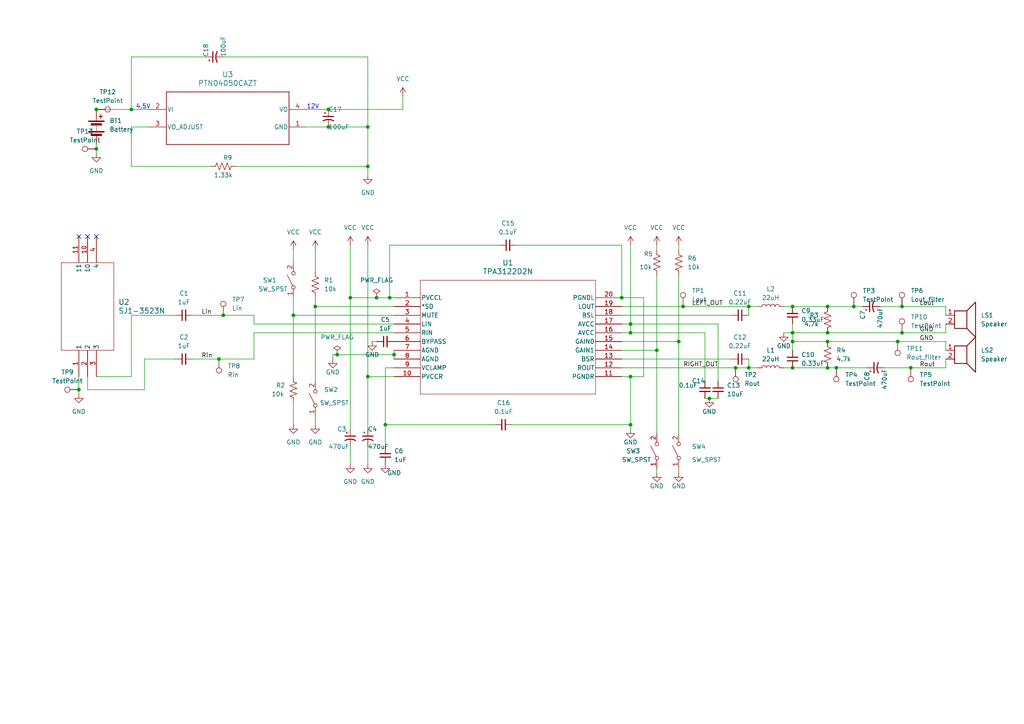
<source format=kicad_sch>
(kicad_sch (version 20230121) (generator eeschema)

  (uuid 4b665e6f-576e-4cd7-8650-d5da026403d3)

  (paper "A4")

  (lib_symbols
    (symbol "2024-10-27_04-00-20:TPA3122D2N" (pin_names (offset 0.254)) (in_bom yes) (on_board yes)
      (property "Reference" "U1" (at 33.02 10.16 0)
        (effects (font (size 1.524 1.524)))
      )
      (property "Value" "TPA3122D2N" (at 33.02 7.62 0)
        (effects (font (size 1.524 1.524)))
      )
      (property "Footprint" "N20" (at 0 0 0)
        (effects (font (size 1.27 1.27) italic) hide)
      )
      (property "Datasheet" "TPA3122D2N" (at 0 0 0)
        (effects (font (size 1.27 1.27) italic) hide)
      )
      (property "ki_locked" "" (at 0 0 0)
        (effects (font (size 1.27 1.27)))
      )
      (property "ki_keywords" "TPA3122D2N" (at 0 0 0)
        (effects (font (size 1.27 1.27)) hide)
      )
      (property "ki_fp_filters" "N20" (at 0 0 0)
        (effects (font (size 1.27 1.27)) hide)
      )
      (symbol "TPA3122D2N_0_1"
        (polyline
          (pts
            (xy 7.62 -27.94)
            (xy 58.42 -27.94)
          )
          (stroke (width 0.127) (type default))
          (fill (type none))
        )
        (polyline
          (pts
            (xy 7.62 5.08)
            (xy 7.62 -27.94)
          )
          (stroke (width 0.127) (type default))
          (fill (type none))
        )
        (polyline
          (pts
            (xy 58.42 -27.94)
            (xy 58.42 5.08)
          )
          (stroke (width 0.127) (type default))
          (fill (type none))
        )
        (polyline
          (pts
            (xy 58.42 5.08)
            (xy 7.62 5.08)
          )
          (stroke (width 0.127) (type default))
          (fill (type none))
        )
        (pin power_in line (at 0 0 0) (length 7.62)
          (name "PVCCL" (effects (font (size 1.27 1.27))))
          (number "1" (effects (font (size 1.27 1.27))))
        )
        (pin power_in line (at 0 -22.86 0) (length 7.62)
          (name "PVCCR" (effects (font (size 1.27 1.27))))
          (number "10" (effects (font (size 1.27 1.27))))
        )
        (pin power_in line (at 66.04 -22.86 180) (length 7.62)
          (name "PGNDR" (effects (font (size 1.27 1.27))))
          (number "11" (effects (font (size 1.27 1.27))))
        )
        (pin output line (at 66.04 -20.32 180) (length 7.62)
          (name "ROUT" (effects (font (size 1.27 1.27))))
          (number "12" (effects (font (size 1.27 1.27))))
        )
        (pin bidirectional line (at 66.04 -17.78 180) (length 7.62)
          (name "BSR" (effects (font (size 1.27 1.27))))
          (number "13" (effects (font (size 1.27 1.27))))
        )
        (pin input line (at 66.04 -15.24 180) (length 7.62)
          (name "GAIN1" (effects (font (size 1.27 1.27))))
          (number "14" (effects (font (size 1.27 1.27))))
        )
        (pin input line (at 66.04 -12.7 180) (length 7.62)
          (name "GAIN0" (effects (font (size 1.27 1.27))))
          (number "15" (effects (font (size 1.27 1.27))))
        )
        (pin power_in line (at 66.04 -10.16 180) (length 7.62)
          (name "AVCC" (effects (font (size 1.27 1.27))))
          (number "16" (effects (font (size 1.27 1.27))))
        )
        (pin power_in line (at 66.04 -7.62 180) (length 7.62)
          (name "AVCC" (effects (font (size 1.27 1.27))))
          (number "17" (effects (font (size 1.27 1.27))))
        )
        (pin bidirectional line (at 66.04 -5.08 180) (length 7.62)
          (name "BSL" (effects (font (size 1.27 1.27))))
          (number "18" (effects (font (size 1.27 1.27))))
        )
        (pin output line (at 66.04 -2.54 180) (length 7.62)
          (name "LOUT" (effects (font (size 1.27 1.27))))
          (number "19" (effects (font (size 1.27 1.27))))
        )
        (pin input line (at 0 -2.54 0) (length 7.62)
          (name "*SD" (effects (font (size 1.27 1.27))))
          (number "2" (effects (font (size 1.27 1.27))))
        )
        (pin power_in line (at 66.04 0 180) (length 7.62)
          (name "PGNDL" (effects (font (size 1.27 1.27))))
          (number "20" (effects (font (size 1.27 1.27))))
        )
        (pin input line (at 0 -5.08 0) (length 7.62)
          (name "MUTE" (effects (font (size 1.27 1.27))))
          (number "3" (effects (font (size 1.27 1.27))))
        )
        (pin input line (at 0 -7.62 0) (length 7.62)
          (name "LIN" (effects (font (size 1.27 1.27))))
          (number "4" (effects (font (size 1.27 1.27))))
        )
        (pin input line (at 0 -10.16 0) (length 7.62)
          (name "RIN" (effects (font (size 1.27 1.27))))
          (number "5" (effects (font (size 1.27 1.27))))
        )
        (pin output line (at 0 -12.7 0) (length 7.62)
          (name "BYPASS" (effects (font (size 1.27 1.27))))
          (number "6" (effects (font (size 1.27 1.27))))
        )
        (pin power_in line (at 0 -15.24 0) (length 7.62)
          (name "AGND" (effects (font (size 1.27 1.27))))
          (number "7" (effects (font (size 1.27 1.27))))
        )
        (pin power_in line (at 0 -17.78 0) (length 7.62)
          (name "AGND" (effects (font (size 1.27 1.27))))
          (number "8" (effects (font (size 1.27 1.27))))
        )
      )
      (symbol "TPA3122D2N_1_1"
        (pin bidirectional line (at 0 -20.32 0) (length 7.62)
          (name "VCLAMP" (effects (font (size 1.27 1.27))))
          (number "9" (effects (font (size 1.27 1.27))))
        )
      )
    )
    (symbol "2024-10-31_23-10-42:SJ1-3523N" (pin_names (offset 0.254)) (in_bom yes) (on_board yes)
      (property "Reference" "U" (at 20.32 10.16 0)
        (effects (font (size 1.524 1.524)))
      )
      (property "Value" "SJ1-3523N" (at 20.32 7.62 0)
        (effects (font (size 1.524 1.524)))
      )
      (property "Footprint" "SJ1-3523N_CUD" (at 0 0 0)
        (effects (font (size 1.27 1.27) italic) hide)
      )
      (property "Datasheet" "SJ1-3523N" (at 0 0 0)
        (effects (font (size 1.27 1.27) italic) hide)
      )
      (property "ki_locked" "" (at 0 0 0)
        (effects (font (size 1.27 1.27)))
      )
      (property "ki_keywords" "SJ1-3523N" (at 0 0 0)
        (effects (font (size 1.27 1.27)) hide)
      )
      (property "ki_fp_filters" "SJ1-3523N_CUD" (at 0 0 0)
        (effects (font (size 1.27 1.27)) hide)
      )
      (symbol "SJ1-3523N_0_1"
        (polyline
          (pts
            (xy 7.62 -10.16)
            (xy 33.02 -10.16)
          )
          (stroke (width 0.127) (type default))
          (fill (type none))
        )
        (polyline
          (pts
            (xy 7.62 5.08)
            (xy 7.62 -10.16)
          )
          (stroke (width 0.127) (type default))
          (fill (type none))
        )
        (polyline
          (pts
            (xy 33.02 -10.16)
            (xy 33.02 5.08)
          )
          (stroke (width 0.127) (type default))
          (fill (type none))
        )
        (polyline
          (pts
            (xy 33.02 5.08)
            (xy 7.62 5.08)
          )
          (stroke (width 0.127) (type default))
          (fill (type none))
        )
        (pin unspecified line (at 0 0 0) (length 7.62)
          (name "1" (effects (font (size 1.27 1.27))))
          (number "1" (effects (font (size 1.27 1.27))))
        )
        (pin unspecified line (at 40.64 -2.54 180) (length 7.62)
          (name "10" (effects (font (size 1.27 1.27))))
          (number "10" (effects (font (size 1.27 1.27))))
        )
        (pin unspecified line (at 40.64 0 180) (length 7.62)
          (name "11" (effects (font (size 1.27 1.27))))
          (number "11" (effects (font (size 1.27 1.27))))
        )
        (pin unspecified line (at 0 -2.54 0) (length 7.62)
          (name "2" (effects (font (size 1.27 1.27))))
          (number "2" (effects (font (size 1.27 1.27))))
        )
        (pin unspecified line (at 0 -5.08 0) (length 7.62)
          (name "3" (effects (font (size 1.27 1.27))))
          (number "3" (effects (font (size 1.27 1.27))))
        )
        (pin unspecified line (at 40.64 -5.08 180) (length 7.62)
          (name "4" (effects (font (size 1.27 1.27))))
          (number "4" (effects (font (size 1.27 1.27))))
        )
      )
    )
    (symbol "Connector:TestPoint" (pin_numbers hide) (pin_names (offset 0.762) hide) (in_bom yes) (on_board yes)
      (property "Reference" "TP" (at 0 6.858 0)
        (effects (font (size 1.27 1.27)))
      )
      (property "Value" "TestPoint" (at 0 5.08 0)
        (effects (font (size 1.27 1.27)))
      )
      (property "Footprint" "" (at 5.08 0 0)
        (effects (font (size 1.27 1.27)) hide)
      )
      (property "Datasheet" "~" (at 5.08 0 0)
        (effects (font (size 1.27 1.27)) hide)
      )
      (property "ki_keywords" "test point tp" (at 0 0 0)
        (effects (font (size 1.27 1.27)) hide)
      )
      (property "ki_description" "test point" (at 0 0 0)
        (effects (font (size 1.27 1.27)) hide)
      )
      (property "ki_fp_filters" "Pin* Test*" (at 0 0 0)
        (effects (font (size 1.27 1.27)) hide)
      )
      (symbol "TestPoint_0_1"
        (circle (center 0 3.302) (radius 0.762)
          (stroke (width 0) (type default))
          (fill (type none))
        )
      )
      (symbol "TestPoint_1_1"
        (pin passive line (at 0 0 90) (length 2.54)
          (name "1" (effects (font (size 1.27 1.27))))
          (number "1" (effects (font (size 1.27 1.27))))
        )
      )
    )
    (symbol "Device:Battery" (pin_numbers hide) (pin_names (offset 0) hide) (in_bom yes) (on_board yes)
      (property "Reference" "BT" (at 2.54 2.54 0)
        (effects (font (size 1.27 1.27)) (justify left))
      )
      (property "Value" "Battery" (at 2.54 0 0)
        (effects (font (size 1.27 1.27)) (justify left))
      )
      (property "Footprint" "" (at 0 1.524 90)
        (effects (font (size 1.27 1.27)) hide)
      )
      (property "Datasheet" "~" (at 0 1.524 90)
        (effects (font (size 1.27 1.27)) hide)
      )
      (property "ki_keywords" "batt voltage-source cell" (at 0 0 0)
        (effects (font (size 1.27 1.27)) hide)
      )
      (property "ki_description" "Multiple-cell battery" (at 0 0 0)
        (effects (font (size 1.27 1.27)) hide)
      )
      (symbol "Battery_0_1"
        (rectangle (start -2.286 -1.27) (end 2.286 -1.524)
          (stroke (width 0) (type default))
          (fill (type outline))
        )
        (rectangle (start -2.286 1.778) (end 2.286 1.524)
          (stroke (width 0) (type default))
          (fill (type outline))
        )
        (rectangle (start -1.524 -2.032) (end 1.524 -2.54)
          (stroke (width 0) (type default))
          (fill (type outline))
        )
        (rectangle (start -1.524 1.016) (end 1.524 0.508)
          (stroke (width 0) (type default))
          (fill (type outline))
        )
        (polyline
          (pts
            (xy 0 -1.016)
            (xy 0 -0.762)
          )
          (stroke (width 0) (type default))
          (fill (type none))
        )
        (polyline
          (pts
            (xy 0 -0.508)
            (xy 0 -0.254)
          )
          (stroke (width 0) (type default))
          (fill (type none))
        )
        (polyline
          (pts
            (xy 0 0)
            (xy 0 0.254)
          )
          (stroke (width 0) (type default))
          (fill (type none))
        )
        (polyline
          (pts
            (xy 0 1.778)
            (xy 0 2.54)
          )
          (stroke (width 0) (type default))
          (fill (type none))
        )
        (polyline
          (pts
            (xy 0.762 3.048)
            (xy 1.778 3.048)
          )
          (stroke (width 0.254) (type default))
          (fill (type none))
        )
        (polyline
          (pts
            (xy 1.27 3.556)
            (xy 1.27 2.54)
          )
          (stroke (width 0.254) (type default))
          (fill (type none))
        )
      )
      (symbol "Battery_1_1"
        (pin passive line (at 0 5.08 270) (length 2.54)
          (name "+" (effects (font (size 1.27 1.27))))
          (number "1" (effects (font (size 1.27 1.27))))
        )
        (pin passive line (at 0 -5.08 90) (length 2.54)
          (name "-" (effects (font (size 1.27 1.27))))
          (number "2" (effects (font (size 1.27 1.27))))
        )
      )
    )
    (symbol "Device:C_Polarized_Small_US" (pin_numbers hide) (pin_names (offset 0.254) hide) (in_bom yes) (on_board yes)
      (property "Reference" "C" (at 0.254 1.778 0)
        (effects (font (size 1.27 1.27)) (justify left))
      )
      (property "Value" "C_Polarized_Small_US" (at 0.254 -2.032 0)
        (effects (font (size 1.27 1.27)) (justify left))
      )
      (property "Footprint" "" (at 0 0 0)
        (effects (font (size 1.27 1.27)) hide)
      )
      (property "Datasheet" "~" (at 0 0 0)
        (effects (font (size 1.27 1.27)) hide)
      )
      (property "ki_keywords" "cap capacitor" (at 0 0 0)
        (effects (font (size 1.27 1.27)) hide)
      )
      (property "ki_description" "Polarized capacitor, small US symbol" (at 0 0 0)
        (effects (font (size 1.27 1.27)) hide)
      )
      (property "ki_fp_filters" "CP_*" (at 0 0 0)
        (effects (font (size 1.27 1.27)) hide)
      )
      (symbol "C_Polarized_Small_US_0_1"
        (polyline
          (pts
            (xy -1.524 0.508)
            (xy 1.524 0.508)
          )
          (stroke (width 0.3048) (type default))
          (fill (type none))
        )
        (polyline
          (pts
            (xy -1.27 1.524)
            (xy -0.762 1.524)
          )
          (stroke (width 0) (type default))
          (fill (type none))
        )
        (polyline
          (pts
            (xy -1.016 1.27)
            (xy -1.016 1.778)
          )
          (stroke (width 0) (type default))
          (fill (type none))
        )
        (arc (start 1.524 -0.762) (mid 0 -0.3734) (end -1.524 -0.762)
          (stroke (width 0.3048) (type default))
          (fill (type none))
        )
      )
      (symbol "C_Polarized_Small_US_1_1"
        (pin passive line (at 0 2.54 270) (length 2.032)
          (name "~" (effects (font (size 1.27 1.27))))
          (number "1" (effects (font (size 1.27 1.27))))
        )
        (pin passive line (at 0 -2.54 90) (length 2.032)
          (name "~" (effects (font (size 1.27 1.27))))
          (number "2" (effects (font (size 1.27 1.27))))
        )
      )
    )
    (symbol "Device:C_Small" (pin_numbers hide) (pin_names (offset 0.254) hide) (in_bom yes) (on_board yes)
      (property "Reference" "C" (at 0.254 1.778 0)
        (effects (font (size 1.27 1.27)) (justify left))
      )
      (property "Value" "C_Small" (at 0.254 -2.032 0)
        (effects (font (size 1.27 1.27)) (justify left))
      )
      (property "Footprint" "" (at 0 0 0)
        (effects (font (size 1.27 1.27)) hide)
      )
      (property "Datasheet" "~" (at 0 0 0)
        (effects (font (size 1.27 1.27)) hide)
      )
      (property "ki_keywords" "capacitor cap" (at 0 0 0)
        (effects (font (size 1.27 1.27)) hide)
      )
      (property "ki_description" "Unpolarized capacitor, small symbol" (at 0 0 0)
        (effects (font (size 1.27 1.27)) hide)
      )
      (property "ki_fp_filters" "C_*" (at 0 0 0)
        (effects (font (size 1.27 1.27)) hide)
      )
      (symbol "C_Small_0_1"
        (polyline
          (pts
            (xy -1.524 -0.508)
            (xy 1.524 -0.508)
          )
          (stroke (width 0.3302) (type default))
          (fill (type none))
        )
        (polyline
          (pts
            (xy -1.524 0.508)
            (xy 1.524 0.508)
          )
          (stroke (width 0.3048) (type default))
          (fill (type none))
        )
      )
      (symbol "C_Small_1_1"
        (pin passive line (at 0 2.54 270) (length 2.032)
          (name "~" (effects (font (size 1.27 1.27))))
          (number "1" (effects (font (size 1.27 1.27))))
        )
        (pin passive line (at 0 -2.54 90) (length 2.032)
          (name "~" (effects (font (size 1.27 1.27))))
          (number "2" (effects (font (size 1.27 1.27))))
        )
      )
    )
    (symbol "Device:L" (pin_numbers hide) (pin_names (offset 1.016) hide) (in_bom yes) (on_board yes)
      (property "Reference" "L" (at -1.27 0 90)
        (effects (font (size 1.27 1.27)))
      )
      (property "Value" "L" (at 1.905 0 90)
        (effects (font (size 1.27 1.27)))
      )
      (property "Footprint" "" (at 0 0 0)
        (effects (font (size 1.27 1.27)) hide)
      )
      (property "Datasheet" "~" (at 0 0 0)
        (effects (font (size 1.27 1.27)) hide)
      )
      (property "ki_keywords" "inductor choke coil reactor magnetic" (at 0 0 0)
        (effects (font (size 1.27 1.27)) hide)
      )
      (property "ki_description" "Inductor" (at 0 0 0)
        (effects (font (size 1.27 1.27)) hide)
      )
      (property "ki_fp_filters" "Choke_* *Coil* Inductor_* L_*" (at 0 0 0)
        (effects (font (size 1.27 1.27)) hide)
      )
      (symbol "L_0_1"
        (arc (start 0 -2.54) (mid 0.6323 -1.905) (end 0 -1.27)
          (stroke (width 0) (type default))
          (fill (type none))
        )
        (arc (start 0 -1.27) (mid 0.6323 -0.635) (end 0 0)
          (stroke (width 0) (type default))
          (fill (type none))
        )
        (arc (start 0 0) (mid 0.6323 0.635) (end 0 1.27)
          (stroke (width 0) (type default))
          (fill (type none))
        )
        (arc (start 0 1.27) (mid 0.6323 1.905) (end 0 2.54)
          (stroke (width 0) (type default))
          (fill (type none))
        )
      )
      (symbol "L_1_1"
        (pin passive line (at 0 3.81 270) (length 1.27)
          (name "1" (effects (font (size 1.27 1.27))))
          (number "1" (effects (font (size 1.27 1.27))))
        )
        (pin passive line (at 0 -3.81 90) (length 1.27)
          (name "2" (effects (font (size 1.27 1.27))))
          (number "2" (effects (font (size 1.27 1.27))))
        )
      )
    )
    (symbol "Device:R_US" (pin_numbers hide) (pin_names (offset 0)) (in_bom yes) (on_board yes)
      (property "Reference" "R" (at 2.54 0 90)
        (effects (font (size 1.27 1.27)))
      )
      (property "Value" "R_US" (at -2.54 0 90)
        (effects (font (size 1.27 1.27)))
      )
      (property "Footprint" "" (at 1.016 -0.254 90)
        (effects (font (size 1.27 1.27)) hide)
      )
      (property "Datasheet" "~" (at 0 0 0)
        (effects (font (size 1.27 1.27)) hide)
      )
      (property "ki_keywords" "R res resistor" (at 0 0 0)
        (effects (font (size 1.27 1.27)) hide)
      )
      (property "ki_description" "Resistor, US symbol" (at 0 0 0)
        (effects (font (size 1.27 1.27)) hide)
      )
      (property "ki_fp_filters" "R_*" (at 0 0 0)
        (effects (font (size 1.27 1.27)) hide)
      )
      (symbol "R_US_0_1"
        (polyline
          (pts
            (xy 0 -2.286)
            (xy 0 -2.54)
          )
          (stroke (width 0) (type default))
          (fill (type none))
        )
        (polyline
          (pts
            (xy 0 2.286)
            (xy 0 2.54)
          )
          (stroke (width 0) (type default))
          (fill (type none))
        )
        (polyline
          (pts
            (xy 0 -0.762)
            (xy 1.016 -1.143)
            (xy 0 -1.524)
            (xy -1.016 -1.905)
            (xy 0 -2.286)
          )
          (stroke (width 0) (type default))
          (fill (type none))
        )
        (polyline
          (pts
            (xy 0 0.762)
            (xy 1.016 0.381)
            (xy 0 0)
            (xy -1.016 -0.381)
            (xy 0 -0.762)
          )
          (stroke (width 0) (type default))
          (fill (type none))
        )
        (polyline
          (pts
            (xy 0 2.286)
            (xy 1.016 1.905)
            (xy 0 1.524)
            (xy -1.016 1.143)
            (xy 0 0.762)
          )
          (stroke (width 0) (type default))
          (fill (type none))
        )
      )
      (symbol "R_US_1_1"
        (pin passive line (at 0 3.81 270) (length 1.27)
          (name "~" (effects (font (size 1.27 1.27))))
          (number "1" (effects (font (size 1.27 1.27))))
        )
        (pin passive line (at 0 -3.81 90) (length 1.27)
          (name "~" (effects (font (size 1.27 1.27))))
          (number "2" (effects (font (size 1.27 1.27))))
        )
      )
    )
    (symbol "Device:Speaker" (pin_names (offset 0) hide) (in_bom yes) (on_board yes)
      (property "Reference" "LS" (at 1.27 5.715 0)
        (effects (font (size 1.27 1.27)) (justify right))
      )
      (property "Value" "Speaker" (at 1.27 3.81 0)
        (effects (font (size 1.27 1.27)) (justify right))
      )
      (property "Footprint" "" (at 0 -5.08 0)
        (effects (font (size 1.27 1.27)) hide)
      )
      (property "Datasheet" "~" (at -0.254 -1.27 0)
        (effects (font (size 1.27 1.27)) hide)
      )
      (property "ki_keywords" "speaker sound" (at 0 0 0)
        (effects (font (size 1.27 1.27)) hide)
      )
      (property "ki_description" "Speaker" (at 0 0 0)
        (effects (font (size 1.27 1.27)) hide)
      )
      (symbol "Speaker_0_0"
        (rectangle (start -2.54 1.27) (end 1.016 -3.81)
          (stroke (width 0.254) (type default))
          (fill (type none))
        )
        (polyline
          (pts
            (xy 1.016 1.27)
            (xy 3.556 3.81)
            (xy 3.556 -6.35)
            (xy 1.016 -3.81)
          )
          (stroke (width 0.254) (type default))
          (fill (type none))
        )
      )
      (symbol "Speaker_1_1"
        (pin input line (at -5.08 0 0) (length 2.54)
          (name "1" (effects (font (size 1.27 1.27))))
          (number "1" (effects (font (size 1.27 1.27))))
        )
        (pin input line (at -5.08 -2.54 0) (length 2.54)
          (name "2" (effects (font (size 1.27 1.27))))
          (number "2" (effects (font (size 1.27 1.27))))
        )
      )
    )
    (symbol "PTN04050C:PTN04050CAZT" (pin_names (offset 0.254)) (in_bom yes) (on_board yes)
      (property "Reference" "U3" (at 0 12.7 0)
        (effects (font (size 1.524 1.524)))
      )
      (property "Value" "PTN04050CAZT" (at 0 10.16 0)
        (effects (font (size 1.524 1.524)))
      )
      (property "Footprint" "EUV0004A" (at 0 0 0)
        (effects (font (size 1.27 1.27) italic) hide)
      )
      (property "Datasheet" "PTN04050CAZT" (at 0 0 0)
        (effects (font (size 1.27 1.27) italic) hide)
      )
      (property "ki_locked" "" (at 0 0 0)
        (effects (font (size 1.27 1.27)))
      )
      (property "ki_keywords" "PTN04050CAZT" (at 0 0 0)
        (effects (font (size 1.27 1.27)) hide)
      )
      (property "ki_fp_filters" "EUV0004A" (at 0 0 0)
        (effects (font (size 1.27 1.27)) hide)
      )
      (symbol "PTN04050CAZT_0_1"
        (polyline
          (pts
            (xy -17.78 -7.62)
            (xy 17.78 -7.62)
          )
          (stroke (width 0.2032) (type default))
          (fill (type none))
        )
        (polyline
          (pts
            (xy -17.78 7.62)
            (xy -17.78 -7.62)
          )
          (stroke (width 0.2032) (type default))
          (fill (type none))
        )
        (polyline
          (pts
            (xy 17.78 -7.62)
            (xy 17.78 7.62)
          )
          (stroke (width 0.2032) (type default))
          (fill (type none))
        )
        (polyline
          (pts
            (xy 17.78 7.62)
            (xy -17.78 7.62)
          )
          (stroke (width 0.2032) (type default))
          (fill (type none))
        )
        (pin power_in line (at 22.86 -2.54 180) (length 5.08)
          (name "GND" (effects (font (size 1.27 1.27))))
          (number "1" (effects (font (size 1.27 1.27))))
        )
        (pin input line (at -22.86 -2.54 0) (length 5.08)
          (name "VO_ADJUST" (effects (font (size 1.27 1.27))))
          (number "3" (effects (font (size 1.27 1.27))))
        )
        (pin power_in line (at 22.86 2.54 180) (length 5.08)
          (name "VO" (effects (font (size 1.27 1.27))))
          (number "4" (effects (font (size 1.27 1.27))))
        )
      )
      (symbol "PTN04050CAZT_1_1"
        (pin bidirectional line (at -22.86 2.54 0) (length 5.08)
          (name "VI" (effects (font (size 1.27 1.27))))
          (number "2" (effects (font (size 1.27 1.27))))
        )
      )
    )
    (symbol "Switch:SW_SPST" (pin_names (offset 0) hide) (in_bom yes) (on_board yes)
      (property "Reference" "SW" (at 0 3.175 0)
        (effects (font (size 1.27 1.27)))
      )
      (property "Value" "SW_SPST" (at 0 -2.54 0)
        (effects (font (size 1.27 1.27)))
      )
      (property "Footprint" "" (at 0 0 0)
        (effects (font (size 1.27 1.27)) hide)
      )
      (property "Datasheet" "~" (at 0 0 0)
        (effects (font (size 1.27 1.27)) hide)
      )
      (property "ki_keywords" "switch lever" (at 0 0 0)
        (effects (font (size 1.27 1.27)) hide)
      )
      (property "ki_description" "Single Pole Single Throw (SPST) switch" (at 0 0 0)
        (effects (font (size 1.27 1.27)) hide)
      )
      (symbol "SW_SPST_0_0"
        (circle (center -2.032 0) (radius 0.508)
          (stroke (width 0) (type default))
          (fill (type none))
        )
        (polyline
          (pts
            (xy -1.524 0.254)
            (xy 1.524 1.778)
          )
          (stroke (width 0) (type default))
          (fill (type none))
        )
        (circle (center 2.032 0) (radius 0.508)
          (stroke (width 0) (type default))
          (fill (type none))
        )
      )
      (symbol "SW_SPST_1_1"
        (pin passive line (at -5.08 0 0) (length 2.54)
          (name "A" (effects (font (size 1.27 1.27))))
          (number "1" (effects (font (size 1.27 1.27))))
        )
        (pin passive line (at 5.08 0 180) (length 2.54)
          (name "B" (effects (font (size 1.27 1.27))))
          (number "2" (effects (font (size 1.27 1.27))))
        )
      )
    )
    (symbol "power:GND" (power) (pin_names (offset 0)) (in_bom yes) (on_board yes)
      (property "Reference" "#PWR" (at 0 -6.35 0)
        (effects (font (size 1.27 1.27)) hide)
      )
      (property "Value" "GND" (at 0 -3.81 0)
        (effects (font (size 1.27 1.27)))
      )
      (property "Footprint" "" (at 0 0 0)
        (effects (font (size 1.27 1.27)) hide)
      )
      (property "Datasheet" "" (at 0 0 0)
        (effects (font (size 1.27 1.27)) hide)
      )
      (property "ki_keywords" "global power" (at 0 0 0)
        (effects (font (size 1.27 1.27)) hide)
      )
      (property "ki_description" "Power symbol creates a global label with name \"GND\" , ground" (at 0 0 0)
        (effects (font (size 1.27 1.27)) hide)
      )
      (symbol "GND_0_1"
        (polyline
          (pts
            (xy 0 0)
            (xy 0 -1.27)
            (xy 1.27 -1.27)
            (xy 0 -2.54)
            (xy -1.27 -1.27)
            (xy 0 -1.27)
          )
          (stroke (width 0) (type default))
          (fill (type none))
        )
      )
      (symbol "GND_1_1"
        (pin power_in line (at 0 0 270) (length 0) hide
          (name "GND" (effects (font (size 1.27 1.27))))
          (number "1" (effects (font (size 1.27 1.27))))
        )
      )
    )
    (symbol "power:PWR_FLAG" (power) (pin_numbers hide) (pin_names (offset 0) hide) (in_bom yes) (on_board yes)
      (property "Reference" "#FLG" (at 0 1.905 0)
        (effects (font (size 1.27 1.27)) hide)
      )
      (property "Value" "PWR_FLAG" (at 0 3.81 0)
        (effects (font (size 1.27 1.27)))
      )
      (property "Footprint" "" (at 0 0 0)
        (effects (font (size 1.27 1.27)) hide)
      )
      (property "Datasheet" "~" (at 0 0 0)
        (effects (font (size 1.27 1.27)) hide)
      )
      (property "ki_keywords" "flag power" (at 0 0 0)
        (effects (font (size 1.27 1.27)) hide)
      )
      (property "ki_description" "Special symbol for telling ERC where power comes from" (at 0 0 0)
        (effects (font (size 1.27 1.27)) hide)
      )
      (symbol "PWR_FLAG_0_0"
        (pin power_out line (at 0 0 90) (length 0)
          (name "pwr" (effects (font (size 1.27 1.27))))
          (number "1" (effects (font (size 1.27 1.27))))
        )
      )
      (symbol "PWR_FLAG_0_1"
        (polyline
          (pts
            (xy 0 0)
            (xy 0 1.27)
            (xy -1.016 1.905)
            (xy 0 2.54)
            (xy 1.016 1.905)
            (xy 0 1.27)
          )
          (stroke (width 0) (type default))
          (fill (type none))
        )
      )
    )
    (symbol "power:VCC" (power) (pin_names (offset 0)) (in_bom yes) (on_board yes)
      (property "Reference" "#PWR" (at 0 -3.81 0)
        (effects (font (size 1.27 1.27)) hide)
      )
      (property "Value" "VCC" (at 0 3.81 0)
        (effects (font (size 1.27 1.27)))
      )
      (property "Footprint" "" (at 0 0 0)
        (effects (font (size 1.27 1.27)) hide)
      )
      (property "Datasheet" "" (at 0 0 0)
        (effects (font (size 1.27 1.27)) hide)
      )
      (property "ki_keywords" "global power" (at 0 0 0)
        (effects (font (size 1.27 1.27)) hide)
      )
      (property "ki_description" "Power symbol creates a global label with name \"VCC\"" (at 0 0 0)
        (effects (font (size 1.27 1.27)) hide)
      )
      (symbol "VCC_0_1"
        (polyline
          (pts
            (xy -0.762 1.27)
            (xy 0 2.54)
          )
          (stroke (width 0) (type default))
          (fill (type none))
        )
        (polyline
          (pts
            (xy 0 0)
            (xy 0 2.54)
          )
          (stroke (width 0) (type default))
          (fill (type none))
        )
        (polyline
          (pts
            (xy 0 2.54)
            (xy 0.762 1.27)
          )
          (stroke (width 0) (type default))
          (fill (type none))
        )
      )
      (symbol "VCC_1_1"
        (pin power_in line (at 0 0 90) (length 0) hide
          (name "VCC" (effects (font (size 1.27 1.27))))
          (number "1" (effects (font (size 1.27 1.27))))
        )
      )
    )
  )

  (junction (at 27.94 43.18) (diameter 0) (color 0 0 0 0)
    (uuid 0565b15e-6599-41c9-a9d4-ab354ca627c3)
  )
  (junction (at 240.03 106.68) (diameter 0) (color 0 0 0 0)
    (uuid 0bf58ba9-1f25-417d-a1b4-8e2a14c5176e)
  )
  (junction (at 101.6 86.36) (diameter 0) (color 0 0 0 0)
    (uuid 1677da7d-aef3-4601-9d52-ddf1105b385b)
  )
  (junction (at 38.1 31.75) (diameter 0) (color 0 0 0 0)
    (uuid 1de7bf10-6601-45b9-af7c-4b3f9800160b)
  )
  (junction (at 22.86 113.03) (diameter 0) (color 0 0 0 0)
    (uuid 26aa5001-53ca-41f2-b26d-687c1a1ff82c)
  )
  (junction (at 229.87 96.52) (diameter 0) (color 0 0 0 0)
    (uuid 344ee013-fbd3-490e-a57c-d3ac8bb7fff4)
  )
  (junction (at 229.87 106.68) (diameter 0) (color 0 0 0 0)
    (uuid 416f1a76-d217-457f-89ac-e61724e27eae)
  )
  (junction (at 97.79 102.87) (diameter 0) (color 0 0 0 0)
    (uuid 4817ade5-1293-4515-b32a-df6a8fe3feb3)
  )
  (junction (at 106.68 48.26) (diameter 0) (color 0 0 0 0)
    (uuid 548309b8-3a5c-4e31-ba4a-a7b1e7328077)
  )
  (junction (at 27.94 31.75) (diameter 0) (color 0 0 0 0)
    (uuid 549f2e93-ff3c-43c0-b920-3b3ac514bc34)
  )
  (junction (at 182.88 93.98) (diameter 0) (color 0 0 0 0)
    (uuid 56dab2c1-8c50-471d-875a-8aab3400e698)
  )
  (junction (at 190.5 101.6) (diameter 0) (color 0 0 0 0)
    (uuid 5f320de1-ab50-4298-8cea-f767c9a25042)
  )
  (junction (at 240.03 99.06) (diameter 0) (color 0 0 0 0)
    (uuid 5f5959ee-3d0c-429f-82d0-95d665cc8f60)
  )
  (junction (at 217.17 88.9) (diameter 0) (color 0 0 0 0)
    (uuid 5f83f578-089d-456d-ac65-3ae1fd9d1bcd)
  )
  (junction (at 213.36 106.68) (diameter 0) (color 0 0 0 0)
    (uuid 605e84d4-94ec-467d-995f-7998709413a5)
  )
  (junction (at 111.76 123.19) (diameter 0) (color 0 0 0 0)
    (uuid 62efcc0d-8724-494d-99ca-cd432ff8c3a1)
  )
  (junction (at 182.88 109.22) (diameter 0) (color 0 0 0 0)
    (uuid 68add7c8-a400-4e7a-a4eb-34bc74af55ea)
  )
  (junction (at 261.62 88.9) (diameter 0) (color 0 0 0 0)
    (uuid 6a1f4f72-67c5-425a-a37d-5d766d8c9e73)
  )
  (junction (at 182.88 96.52) (diameter 0) (color 0 0 0 0)
    (uuid 6a76c150-ccc7-473e-8a1f-4dab5d3243e9)
  )
  (junction (at 106.68 36.83) (diameter 0) (color 0 0 0 0)
    (uuid 87fc940d-5585-4e94-bba5-fd1063bd4b3c)
  )
  (junction (at 240.03 88.9) (diameter 0) (color 0 0 0 0)
    (uuid 8c140a31-7bd8-4148-b5c3-51d575cf1392)
  )
  (junction (at 217.17 106.68) (diameter 0) (color 0 0 0 0)
    (uuid 9077ec9a-5083-4ff9-a351-da2237478ffe)
  )
  (junction (at 113.03 86.36) (diameter 0) (color 0 0 0 0)
    (uuid 9249d13a-b2b9-484d-8f05-6991bc6733ce)
  )
  (junction (at 95.25 31.75) (diameter 0) (color 0 0 0 0)
    (uuid 97c46359-ffd5-49ad-a1f5-c0396fc9df5b)
  )
  (junction (at 261.62 96.52) (diameter 0) (color 0 0 0 0)
    (uuid a434c01d-3a94-4256-9ccb-90ebf8b9a210)
  )
  (junction (at 95.25 36.83) (diameter 0) (color 0 0 0 0)
    (uuid a9a4a580-dbbd-43a9-9e9b-6e67c99b7632)
  )
  (junction (at 91.44 88.9) (diameter 0) (color 0 0 0 0)
    (uuid b2e6d25d-19e8-4508-8db9-a16b7e0fc32f)
  )
  (junction (at 247.65 88.9) (diameter 0) (color 0 0 0 0)
    (uuid b735cd2f-177f-4b41-ba9d-5e4053a1704e)
  )
  (junction (at 196.85 99.06) (diameter 0) (color 0 0 0 0)
    (uuid b8bfd280-5494-438a-be6e-1e4da3c7731c)
  )
  (junction (at 182.88 123.19) (diameter 0) (color 0 0 0 0)
    (uuid bb270c1e-0ffa-47d3-bb72-51163ff263c5)
  )
  (junction (at 264.16 106.68) (diameter 0) (color 0 0 0 0)
    (uuid c7a147b5-4560-44c3-88c2-98c46e8f52f6)
  )
  (junction (at 240.03 96.52) (diameter 0) (color 0 0 0 0)
    (uuid c963406f-485f-4750-8aeb-15702325b946)
  )
  (junction (at 205.74 115.57) (diameter 0) (color 0 0 0 0)
    (uuid c9b5f0c2-5dbd-4389-9c23-b646a438deda)
  )
  (junction (at 229.87 88.9) (diameter 0) (color 0 0 0 0)
    (uuid ca963aa8-d9df-4c13-9c27-d48f02560b88)
  )
  (junction (at 114.3 102.87) (diameter 0) (color 0 0 0 0)
    (uuid d32e936e-5734-4e09-8efc-90a0fa5e3118)
  )
  (junction (at 242.57 106.68) (diameter 0) (color 0 0 0 0)
    (uuid e0fa5fbe-587c-469a-bbec-945004511394)
  )
  (junction (at 63.5 104.14) (diameter 0) (color 0 0 0 0)
    (uuid e4b58591-b6b9-44e3-a332-d4f0c85ea076)
  )
  (junction (at 109.22 86.36) (diameter 0) (color 0 0 0 0)
    (uuid e521179c-7487-4cb7-adcc-9475299a7c4b)
  )
  (junction (at 229.87 99.06) (diameter 0) (color 0 0 0 0)
    (uuid e6d25382-9aa3-43a7-b30a-a3f95279f013)
  )
  (junction (at 260.35 99.06) (diameter 0) (color 0 0 0 0)
    (uuid e87a843d-e7d2-4b51-84db-e32d27bcebc1)
  )
  (junction (at 106.68 109.22) (diameter 0) (color 0 0 0 0)
    (uuid e8da40d6-34cf-417c-b264-dd1e0ed71424)
  )
  (junction (at 198.12 88.9) (diameter 0) (color 0 0 0 0)
    (uuid eed17abd-8896-47c3-aa88-cb3abcd566ae)
  )
  (junction (at 85.09 91.44) (diameter 0) (color 0 0 0 0)
    (uuid f92fc60f-bf62-4bb9-832b-d7a01d69a56e)
  )
  (junction (at 180.34 86.36) (diameter 0) (color 0 0 0 0)
    (uuid fc3ffb6d-61ae-4fdf-8ecc-5b6523791e46)
  )
  (junction (at 64.77 91.44) (diameter 0) (color 0 0 0 0)
    (uuid fd59b7a3-9032-408d-82c7-1acee9668d18)
  )

  (no_connect (at 22.86 68.58) (uuid 3dbdb0e9-877c-4648-ba00-2d5721c0adf2))
  (no_connect (at 25.4 68.58) (uuid 59db65c8-6787-42c3-ab18-ce975615df45))
  (no_connect (at 27.94 68.58) (uuid bc997365-0623-463e-9628-40c28eb66e77))

  (wire (pts (xy 64.77 91.44) (xy 55.88 91.44))
    (stroke (width 0) (type default))
    (uuid 000e5430-acff-4627-90c2-9c3336b9d0d6)
  )
  (wire (pts (xy 190.5 80.01) (xy 190.5 101.6))
    (stroke (width 0) (type default))
    (uuid 00f0caed-1232-48fa-a2a1-9c55e4368018)
  )
  (wire (pts (xy 229.87 88.9) (xy 240.03 88.9))
    (stroke (width 0) (type default))
    (uuid 01c7a5aa-0026-43b1-bf53-d16e57fcf000)
  )
  (wire (pts (xy 148.59 123.19) (xy 182.88 123.19))
    (stroke (width 0) (type default))
    (uuid 0458debd-83d6-4f37-83d9-3057f688f29d)
  )
  (wire (pts (xy 68.58 48.26) (xy 106.68 48.26))
    (stroke (width 0) (type default))
    (uuid 04920917-2fc1-4fe3-ab6e-06e4b7b21de5)
  )
  (wire (pts (xy 182.88 123.19) (xy 182.88 124.46))
    (stroke (width 0) (type default))
    (uuid 04dfcafe-b59e-41f5-8148-d7e0f2cdbc30)
  )
  (wire (pts (xy 64.77 16.51) (xy 106.68 16.51))
    (stroke (width 0) (type default))
    (uuid 09fc8e42-f8c7-4260-bb09-ce5134a6fc26)
  )
  (wire (pts (xy 114.3 101.6) (xy 114.3 102.87))
    (stroke (width 0) (type default))
    (uuid 0b6d9a99-afba-46ba-b6ca-cb359364060d)
  )
  (wire (pts (xy 111.76 123.19) (xy 111.76 129.54))
    (stroke (width 0) (type default))
    (uuid 0e683688-2752-4962-a035-a7255b82364e)
  )
  (wire (pts (xy 274.32 88.9) (xy 274.32 91.44))
    (stroke (width 0) (type default))
    (uuid 1025894a-571e-4c22-91d5-418569c46ed8)
  )
  (wire (pts (xy 85.09 86.36) (xy 85.09 91.44))
    (stroke (width 0) (type default))
    (uuid 13761809-3b3d-4029-b316-c06ae2204675)
  )
  (wire (pts (xy 27.94 31.75) (xy 38.1 31.75))
    (stroke (width 0) (type default))
    (uuid 17318b1d-c8ac-4fb7-a257-8b7f6fa17848)
  )
  (wire (pts (xy 113.03 71.12) (xy 144.78 71.12))
    (stroke (width 0) (type default))
    (uuid 175b7e57-661f-4213-a472-61eab5ff950f)
  )
  (wire (pts (xy 196.85 99.06) (xy 196.85 125.73))
    (stroke (width 0) (type default))
    (uuid 18d4abee-8bfd-4ffe-a588-0737181d21a5)
  )
  (wire (pts (xy 182.88 93.98) (xy 208.28 93.98))
    (stroke (width 0) (type default))
    (uuid 1ea84881-8d45-470b-bf5c-adf86c60eba0)
  )
  (wire (pts (xy 240.03 99.06) (xy 260.35 99.06))
    (stroke (width 0) (type default))
    (uuid 1f4fbb6a-9dd5-48b4-9a32-73abc01a67d9)
  )
  (wire (pts (xy 85.09 72.39) (xy 85.09 76.2))
    (stroke (width 0) (type default))
    (uuid 1fbcf255-c931-434f-ba73-b8af79d11193)
  )
  (wire (pts (xy 261.62 96.52) (xy 274.32 96.52))
    (stroke (width 0) (type default))
    (uuid 23e9aa55-efa1-45f4-bc1c-abb2349e018b)
  )
  (wire (pts (xy 113.03 86.36) (xy 114.3 86.36))
    (stroke (width 0) (type default))
    (uuid 246eb1e2-dc33-4195-81bf-85dbb0dc6432)
  )
  (wire (pts (xy 180.34 99.06) (xy 196.85 99.06))
    (stroke (width 0) (type default))
    (uuid 29137ab3-fe76-47ac-bca1-f8aa6b752b23)
  )
  (wire (pts (xy 38.1 36.83) (xy 38.1 48.26))
    (stroke (width 0) (type default))
    (uuid 2bd7f05e-81dc-4ccc-8580-251bf9e0fed1)
  )
  (wire (pts (xy 180.34 104.14) (xy 212.09 104.14))
    (stroke (width 0) (type default))
    (uuid 2c7a65ac-6b32-4aef-a758-1b6e3b514de3)
  )
  (wire (pts (xy 182.88 96.52) (xy 204.47 96.52))
    (stroke (width 0) (type default))
    (uuid 2eb7a305-4a5d-4e27-a3fa-50fa8d639f25)
  )
  (wire (pts (xy 106.68 48.26) (xy 106.68 50.8))
    (stroke (width 0) (type default))
    (uuid 3009f0d8-6563-44c9-9381-c70cad9682dc)
  )
  (wire (pts (xy 25.4 109.22) (xy 25.4 113.03))
    (stroke (width 0) (type default))
    (uuid 30509d3b-5bd9-475f-bd20-ec60f84d11b6)
  )
  (wire (pts (xy 101.6 86.36) (xy 109.22 86.36))
    (stroke (width 0) (type default))
    (uuid 31ee66a9-6454-4c20-8b66-c14a8cbf36e1)
  )
  (wire (pts (xy 109.22 86.36) (xy 113.03 86.36))
    (stroke (width 0) (type default))
    (uuid 331eae9d-00cd-488a-a9ed-56d2f8352a00)
  )
  (wire (pts (xy 204.47 115.57) (xy 205.74 115.57))
    (stroke (width 0) (type default))
    (uuid 395d0cb1-6aa7-4ff0-8505-82817265a77b)
  )
  (wire (pts (xy 229.87 96.52) (xy 229.87 99.06))
    (stroke (width 0) (type default))
    (uuid 3a25f548-7d96-47de-80ad-42efdb023266)
  )
  (wire (pts (xy 240.03 88.9) (xy 247.65 88.9))
    (stroke (width 0) (type default))
    (uuid 3b5b199d-50fc-4fbd-bfbc-38a0080f8750)
  )
  (wire (pts (xy 261.62 88.9) (xy 274.32 88.9))
    (stroke (width 0) (type default))
    (uuid 3b938a56-9fb7-4bab-9135-891cf08d13c1)
  )
  (wire (pts (xy 229.87 99.06) (xy 229.87 101.6))
    (stroke (width 0) (type default))
    (uuid 3d6e4ea4-e4c9-4d43-8252-cf2060c2cab3)
  )
  (wire (pts (xy 95.25 36.83) (xy 106.68 36.83))
    (stroke (width 0) (type default))
    (uuid 40b2ed4d-e196-4995-a2f5-0afc2194cd4f)
  )
  (wire (pts (xy 63.5 104.14) (xy 55.88 104.14))
    (stroke (width 0) (type default))
    (uuid 4288a6a3-4d90-4500-8447-aefcfa68bc04)
  )
  (wire (pts (xy 186.69 86.36) (xy 180.34 86.36))
    (stroke (width 0) (type default))
    (uuid 43842cc4-7d80-44f7-a44b-234b3ac3eb90)
  )
  (wire (pts (xy 73.66 104.14) (xy 63.5 104.14))
    (stroke (width 0) (type default))
    (uuid 44d50f4d-9c91-46de-9ff2-ef8b88b70142)
  )
  (wire (pts (xy 114.3 91.44) (xy 85.09 91.44))
    (stroke (width 0) (type default))
    (uuid 49656ae5-7e0c-42a5-b516-1b75d3fcff64)
  )
  (wire (pts (xy 198.12 88.9) (xy 217.17 88.9))
    (stroke (width 0) (type default))
    (uuid 4b568446-57be-4944-944d-f278aefb5cf5)
  )
  (wire (pts (xy 25.4 113.03) (xy 41.91 113.03))
    (stroke (width 0) (type default))
    (uuid 4cb74783-a529-4d84-8b22-6eb458311ab4)
  )
  (wire (pts (xy 106.68 109.22) (xy 106.68 124.46))
    (stroke (width 0) (type default))
    (uuid 50c95543-201d-471d-acc4-379233492a7f)
  )
  (wire (pts (xy 114.3 88.9) (xy 91.44 88.9))
    (stroke (width 0) (type default))
    (uuid 5185c5da-cf45-4127-8047-dd79bc8095af)
  )
  (wire (pts (xy 113.03 86.36) (xy 113.03 71.12))
    (stroke (width 0) (type default))
    (uuid 523d776f-87c6-4e24-8f52-4fb8e62f3ae3)
  )
  (wire (pts (xy 217.17 104.14) (xy 217.17 106.68))
    (stroke (width 0) (type default))
    (uuid 53406eb0-c79f-4223-a2b2-9e1b56227cf5)
  )
  (wire (pts (xy 114.3 96.52) (xy 73.66 96.52))
    (stroke (width 0) (type default))
    (uuid 53893b23-81a0-41bd-8f1b-0e9ca20c13dd)
  )
  (wire (pts (xy 106.68 71.12) (xy 106.68 109.22))
    (stroke (width 0) (type default))
    (uuid 542342b7-85c2-4b02-ad74-cfd37f8e54d0)
  )
  (wire (pts (xy 38.1 31.75) (xy 38.1 16.51))
    (stroke (width 0) (type default))
    (uuid 5464923c-8fbc-443c-a787-2a8774d754d6)
  )
  (wire (pts (xy 27.94 43.18) (xy 27.94 44.45))
    (stroke (width 0) (type default))
    (uuid 547ec159-c6e5-4120-b353-22bc6a8b7f27)
  )
  (wire (pts (xy 180.34 106.68) (xy 213.36 106.68))
    (stroke (width 0) (type default))
    (uuid 54ee1af9-ff6b-427e-b7dc-9207946115b6)
  )
  (wire (pts (xy 227.33 88.9) (xy 229.87 88.9))
    (stroke (width 0) (type default))
    (uuid 555a2599-5c45-4b85-8569-40c606419656)
  )
  (wire (pts (xy 229.87 96.52) (xy 240.03 96.52))
    (stroke (width 0) (type default))
    (uuid 55c73bce-18e0-4f6e-847f-0b7ea8f40f21)
  )
  (wire (pts (xy 240.03 106.68) (xy 242.57 106.68))
    (stroke (width 0) (type default))
    (uuid 57749d2a-2e89-49d0-b97a-3220d30eb496)
  )
  (wire (pts (xy 205.74 115.57) (xy 208.28 115.57))
    (stroke (width 0) (type default))
    (uuid 5d293f01-dfd2-47a7-b9ee-a4c78e5ed65a)
  )
  (wire (pts (xy 180.34 71.12) (xy 180.34 86.36))
    (stroke (width 0) (type default))
    (uuid 5d622fa5-5fe0-492e-81b3-58bcbbaf32b3)
  )
  (wire (pts (xy 73.66 96.52) (xy 73.66 104.14))
    (stroke (width 0) (type default))
    (uuid 5e1723dc-fd19-4607-9da0-7a10507c43bf)
  )
  (wire (pts (xy 101.6 71.12) (xy 101.6 86.36))
    (stroke (width 0) (type default))
    (uuid 60e7264d-cdb7-4a21-a9c3-ca4e91609d92)
  )
  (wire (pts (xy 116.84 27.94) (xy 116.84 31.75))
    (stroke (width 0) (type default))
    (uuid 6100b250-07bd-4005-98f5-c1d343e3f193)
  )
  (wire (pts (xy 274.32 99.06) (xy 274.32 101.6))
    (stroke (width 0) (type default))
    (uuid 6120d738-9a2c-41a4-902b-9b0780722948)
  )
  (wire (pts (xy 91.44 88.9) (xy 91.44 110.49))
    (stroke (width 0) (type default))
    (uuid 61c6b277-d5c4-48ff-9522-ed0a51086b20)
  )
  (wire (pts (xy 196.85 71.12) (xy 196.85 72.39))
    (stroke (width 0) (type default))
    (uuid 69c9acd9-e7cd-4d5e-ada6-0d7aeee72607)
  )
  (wire (pts (xy 274.32 93.98) (xy 274.32 96.52))
    (stroke (width 0) (type default))
    (uuid 6a26b63f-b9fe-4238-a33e-ecc8b332839e)
  )
  (wire (pts (xy 227.33 106.68) (xy 229.87 106.68))
    (stroke (width 0) (type default))
    (uuid 6b433740-df2a-4852-965d-4ff3a63a7063)
  )
  (wire (pts (xy 85.09 116.84) (xy 85.09 123.19))
    (stroke (width 0) (type default))
    (uuid 72640eed-e3d9-4111-998b-3b6a3a9be8e0)
  )
  (wire (pts (xy 242.57 106.68) (xy 251.46 106.68))
    (stroke (width 0) (type default))
    (uuid 7422c8a6-483a-4790-9d5d-879a93c6c502)
  )
  (wire (pts (xy 190.5 101.6) (xy 190.5 125.73))
    (stroke (width 0) (type default))
    (uuid 7505e1cf-06dd-4bb4-9cde-856d30e10bb5)
  )
  (wire (pts (xy 264.16 106.68) (xy 274.32 106.68))
    (stroke (width 0) (type default))
    (uuid 7702bafa-6f02-4cc2-bc61-d116ba43d771)
  )
  (wire (pts (xy 106.68 109.22) (xy 114.3 109.22))
    (stroke (width 0) (type default))
    (uuid 78916db4-b47f-4e62-9cc8-c207a12f23f0)
  )
  (wire (pts (xy 88.9 31.75) (xy 95.25 31.75))
    (stroke (width 0) (type default))
    (uuid 7913ebc7-bc93-4775-ad1d-34af16284c61)
  )
  (wire (pts (xy 73.66 93.98) (xy 73.66 91.44))
    (stroke (width 0) (type default))
    (uuid 794a483b-8bcf-4546-a71e-092170925d28)
  )
  (wire (pts (xy 196.85 80.01) (xy 196.85 99.06))
    (stroke (width 0) (type default))
    (uuid 7954307d-24db-4be1-bb14-fb2c92cf4dec)
  )
  (wire (pts (xy 85.09 91.44) (xy 85.09 109.22))
    (stroke (width 0) (type default))
    (uuid 7bd03166-16c6-4a2d-b994-7a67c48e8959)
  )
  (wire (pts (xy 27.94 41.91) (xy 27.94 43.18))
    (stroke (width 0) (type default))
    (uuid 7d1bf9d7-4782-46bd-a301-95e3e9022f27)
  )
  (wire (pts (xy 196.85 135.89) (xy 196.85 137.16))
    (stroke (width 0) (type default))
    (uuid 7f72fc93-2938-41cc-a9cd-bac02f6ec833)
  )
  (wire (pts (xy 182.88 109.22) (xy 182.88 123.19))
    (stroke (width 0) (type default))
    (uuid 8147cc80-b2f4-4cb6-a9ad-8d5842eec2cc)
  )
  (wire (pts (xy 208.28 93.98) (xy 208.28 110.49))
    (stroke (width 0) (type default))
    (uuid 824c7da2-b4b4-4271-884a-1f776e65cf64)
  )
  (wire (pts (xy 229.87 93.98) (xy 229.87 96.52))
    (stroke (width 0) (type default))
    (uuid 8813a80b-3fe7-4af7-b507-0c34e6becfae)
  )
  (wire (pts (xy 73.66 91.44) (xy 64.77 91.44))
    (stroke (width 0) (type default))
    (uuid 899e83d0-619b-4f92-b8fd-180475ca06e8)
  )
  (wire (pts (xy 247.65 88.9) (xy 250.19 88.9))
    (stroke (width 0) (type default))
    (uuid 89edc2c3-9fbc-4ace-89e9-3e5108321b47)
  )
  (wire (pts (xy 182.88 109.22) (xy 186.69 109.22))
    (stroke (width 0) (type default))
    (uuid 8ab9bb26-60a7-4a36-92df-020d0880185d)
  )
  (wire (pts (xy 95.25 31.75) (xy 116.84 31.75))
    (stroke (width 0) (type default))
    (uuid 97cc9040-b6fd-4923-b8de-cd72a2197f78)
  )
  (wire (pts (xy 114.3 106.68) (xy 111.76 106.68))
    (stroke (width 0) (type default))
    (uuid 97f5d1e0-d570-4dec-9070-057d9209f083)
  )
  (wire (pts (xy 88.9 36.83) (xy 95.25 36.83))
    (stroke (width 0) (type default))
    (uuid 9845b363-66ff-4c5e-bfad-cc6efe09fec8)
  )
  (wire (pts (xy 182.88 71.12) (xy 182.88 93.98))
    (stroke (width 0) (type default))
    (uuid 98587a72-7a0a-4208-a7b1-4d7ccf0dffb3)
  )
  (wire (pts (xy 180.34 88.9) (xy 198.12 88.9))
    (stroke (width 0) (type default))
    (uuid 986b101c-bc16-44ed-95a5-4f58bcb470b7)
  )
  (wire (pts (xy 22.86 109.22) (xy 22.86 113.03))
    (stroke (width 0) (type default))
    (uuid 99489c67-e277-4137-8af6-bf4b61d0fbab)
  )
  (wire (pts (xy 213.36 106.68) (xy 217.17 106.68))
    (stroke (width 0) (type default))
    (uuid 9a319834-6339-45de-976f-2e5047272e6f)
  )
  (wire (pts (xy 229.87 106.68) (xy 240.03 106.68))
    (stroke (width 0) (type default))
    (uuid 9b2ce11d-1e8d-4de4-a912-49620ad9ff2e)
  )
  (wire (pts (xy 180.34 101.6) (xy 190.5 101.6))
    (stroke (width 0) (type default))
    (uuid 9c9d5902-cbe9-46ad-af80-0f7226e0c4bb)
  )
  (wire (pts (xy 255.27 88.9) (xy 261.62 88.9))
    (stroke (width 0) (type default))
    (uuid 9daf80de-146b-4bba-b233-4621b5d308f1)
  )
  (wire (pts (xy 186.69 109.22) (xy 186.69 86.36))
    (stroke (width 0) (type default))
    (uuid 9e18857f-78a6-45d0-9a0b-4c6a82e0a465)
  )
  (wire (pts (xy 217.17 88.9) (xy 217.17 91.44))
    (stroke (width 0) (type default))
    (uuid 9ff6920c-3122-41da-b0e4-2fcefb014e6e)
  )
  (wire (pts (xy 27.94 109.22) (xy 38.1 109.22))
    (stroke (width 0) (type default))
    (uuid a1fe5735-d1df-4b54-8aa0-c2bc0b3d8a81)
  )
  (wire (pts (xy 274.32 104.14) (xy 274.32 106.68))
    (stroke (width 0) (type default))
    (uuid a247f420-6bb4-48aa-b041-0c543c834840)
  )
  (wire (pts (xy 91.44 120.65) (xy 91.44 123.19))
    (stroke (width 0) (type default))
    (uuid a313de10-80f1-4571-904e-76b28279c1d0)
  )
  (wire (pts (xy 97.79 102.87) (xy 114.3 102.87))
    (stroke (width 0) (type default))
    (uuid a79316e5-3dd9-4f48-9254-d966dab8da72)
  )
  (wire (pts (xy 43.18 36.83) (xy 38.1 36.83))
    (stroke (width 0) (type default))
    (uuid ad8bb82b-4bed-490f-872d-5376196c1cbc)
  )
  (wire (pts (xy 91.44 72.39) (xy 91.44 78.74))
    (stroke (width 0) (type default))
    (uuid ade83390-2e42-4cfd-8e8c-302a357c58e3)
  )
  (wire (pts (xy 96.52 102.87) (xy 97.79 102.87))
    (stroke (width 0) (type default))
    (uuid b2675075-8d94-4fa5-ba70-6f3440fdf8da)
  )
  (wire (pts (xy 114.3 93.98) (xy 73.66 93.98))
    (stroke (width 0) (type default))
    (uuid b484ab5d-5b5d-421f-93c5-ae3246e3b2c4)
  )
  (wire (pts (xy 256.54 106.68) (xy 264.16 106.68))
    (stroke (width 0) (type default))
    (uuid b4ed8945-6387-4a75-ab84-4f6b11ce9aa7)
  )
  (wire (pts (xy 101.6 86.36) (xy 101.6 124.46))
    (stroke (width 0) (type default))
    (uuid b51c44f9-e027-459b-bd6f-54dce489dadb)
  )
  (wire (pts (xy 260.35 99.06) (xy 274.32 99.06))
    (stroke (width 0) (type default))
    (uuid b6b5173c-11b7-44ce-af4a-114b1aaba2da)
  )
  (wire (pts (xy 240.03 96.52) (xy 261.62 96.52))
    (stroke (width 0) (type default))
    (uuid b878f60e-8cf3-4c1d-8e23-e0a66a595991)
  )
  (wire (pts (xy 180.34 93.98) (xy 182.88 93.98))
    (stroke (width 0) (type default))
    (uuid be094381-10c2-476b-9204-fe153ac64dd2)
  )
  (wire (pts (xy 106.68 16.51) (xy 106.68 36.83))
    (stroke (width 0) (type default))
    (uuid befd94d0-4cce-4a56-8c92-e4202070534e)
  )
  (wire (pts (xy 106.68 36.83) (xy 106.68 48.26))
    (stroke (width 0) (type default))
    (uuid bfb877b1-57f7-4d57-8d75-e4963d565995)
  )
  (wire (pts (xy 149.86 71.12) (xy 180.34 71.12))
    (stroke (width 0) (type default))
    (uuid c0e995d1-7c61-4172-bc4d-9ed1e1e81e6b)
  )
  (wire (pts (xy 227.33 96.52) (xy 229.87 96.52))
    (stroke (width 0) (type default))
    (uuid c1427aea-333b-4814-bcd3-20867e9f5d9a)
  )
  (wire (pts (xy 204.47 96.52) (xy 204.47 110.49))
    (stroke (width 0) (type default))
    (uuid c2a4feea-f0b4-4322-a0e6-acc07d5747d5)
  )
  (wire (pts (xy 111.76 123.19) (xy 143.51 123.19))
    (stroke (width 0) (type default))
    (uuid c2d6821c-4fb9-4f94-9b48-2d30b2452508)
  )
  (wire (pts (xy 217.17 88.9) (xy 219.71 88.9))
    (stroke (width 0) (type default))
    (uuid c64d1b7b-3219-4b92-b048-8fb9eb066bc5)
  )
  (wire (pts (xy 96.52 102.87) (xy 96.52 104.14))
    (stroke (width 0) (type default))
    (uuid d654506a-8eac-4de9-a0df-869df34fed78)
  )
  (wire (pts (xy 41.91 104.14) (xy 50.8 104.14))
    (stroke (width 0) (type default))
    (uuid d66b1c03-74d4-4267-a625-2a0951b1a73b)
  )
  (wire (pts (xy 38.1 109.22) (xy 38.1 91.44))
    (stroke (width 0) (type default))
    (uuid d6f0fe4b-685b-4dc6-91c0-ee8157c11668)
  )
  (wire (pts (xy 229.87 99.06) (xy 240.03 99.06))
    (stroke (width 0) (type default))
    (uuid d7a807c6-751f-400e-857f-d6b89ef10743)
  )
  (wire (pts (xy 91.44 88.9) (xy 91.44 86.36))
    (stroke (width 0) (type default))
    (uuid d8f4569f-fef2-4b7c-999b-836806184342)
  )
  (wire (pts (xy 111.76 106.68) (xy 111.76 123.19))
    (stroke (width 0) (type default))
    (uuid d9a8fd0e-aacb-48d0-9898-61c9ce23782f)
  )
  (wire (pts (xy 41.91 113.03) (xy 41.91 104.14))
    (stroke (width 0) (type default))
    (uuid dada60de-4b99-4114-ba63-d1774a84af7f)
  )
  (wire (pts (xy 38.1 16.51) (xy 59.69 16.51))
    (stroke (width 0) (type default))
    (uuid dd45266a-743b-4229-920b-90df9dbc53c7)
  )
  (wire (pts (xy 182.88 93.98) (xy 182.88 96.52))
    (stroke (width 0) (type default))
    (uuid e0d005d7-73ac-4fe5-9815-8ed51982b27b)
  )
  (wire (pts (xy 38.1 48.26) (xy 60.96 48.26))
    (stroke (width 0) (type default))
    (uuid e3474af6-f577-49a5-84f8-f5ba8da22c22)
  )
  (wire (pts (xy 190.5 71.12) (xy 190.5 72.39))
    (stroke (width 0) (type default))
    (uuid e510684b-1404-430f-946f-236b994defbb)
  )
  (wire (pts (xy 38.1 91.44) (xy 50.8 91.44))
    (stroke (width 0) (type default))
    (uuid e53f2c29-655d-4c88-8d6f-a343a3a42a74)
  )
  (wire (pts (xy 101.6 129.54) (xy 101.6 134.62))
    (stroke (width 0) (type default))
    (uuid eaa3fb3b-d258-491e-9b57-6abd100da742)
  )
  (wire (pts (xy 106.68 129.54) (xy 106.68 134.62))
    (stroke (width 0) (type default))
    (uuid ed57f260-2e31-4d62-b87a-606378bf7c14)
  )
  (wire (pts (xy 22.86 113.03) (xy 22.86 114.3))
    (stroke (width 0) (type default))
    (uuid ee2bbf81-7320-41af-9a7f-8502680599a7)
  )
  (wire (pts (xy 180.34 91.44) (xy 212.09 91.44))
    (stroke (width 0) (type default))
    (uuid f351b3bb-5296-458a-a0e6-b908c48ca75a)
  )
  (wire (pts (xy 43.18 31.75) (xy 38.1 31.75))
    (stroke (width 0) (type default))
    (uuid f3f88dfd-c2fb-4ed1-af78-8cf1502a2e0d)
  )
  (wire (pts (xy 180.34 109.22) (xy 182.88 109.22))
    (stroke (width 0) (type default))
    (uuid f5341ad5-143c-40fc-b864-33fdea4148ef)
  )
  (wire (pts (xy 180.34 96.52) (xy 182.88 96.52))
    (stroke (width 0) (type default))
    (uuid f56bafe6-f84b-45e3-a446-7918087abd74)
  )
  (wire (pts (xy 107.95 99.06) (xy 109.22 99.06))
    (stroke (width 0) (type default))
    (uuid f592037e-ab72-4551-ab70-e46c3de06807)
  )
  (wire (pts (xy 190.5 135.89) (xy 190.5 137.16))
    (stroke (width 0) (type default))
    (uuid fdfbb001-96b2-4ecd-a88f-66ef842dcc43)
  )
  (wire (pts (xy 114.3 102.87) (xy 114.3 104.14))
    (stroke (width 0) (type default))
    (uuid feec563b-bc49-4008-9b1f-395bb1e3874b)
  )
  (wire (pts (xy 217.17 106.68) (xy 219.71 106.68))
    (stroke (width 0) (type default))
    (uuid ff0e5ad9-a9e8-4c65-9d0a-867b6b302d7b)
  )

  (text "4.5V" (at 39.37 31.75 0)
    (effects (font (size 1.27 1.27)) (justify left bottom))
    (uuid 93363727-402a-4552-9608-0fa6e7fa947b)
  )
  (text "12V" (at 88.9 31.75 0)
    (effects (font (size 1.27 1.27)) (justify left bottom))
    (uuid b3c7f0b0-a48d-4307-a32b-73aa94279141)
  )

  (label "Rin" (at 58.42 104.14 0) (fields_autoplaced)
    (effects (font (size 1.27 1.27)) (justify left bottom))
    (uuid 06de27dc-066f-4792-afe6-94e2376b4082)
  )
  (label "GND" (at 266.7 99.06 0) (fields_autoplaced)
    (effects (font (size 1.27 1.27)) (justify left bottom))
    (uuid 08261011-1871-416d-9bd2-c603907f85bf)
  )
  (label "Rout" (at 266.7 106.68 0) (fields_autoplaced)
    (effects (font (size 1.27 1.27)) (justify left bottom))
    (uuid 38577d92-3ea4-42be-9622-fbb0b8f46980)
  )
  (label "Lin" (at 58.42 91.44 0) (fields_autoplaced)
    (effects (font (size 1.27 1.27)) (justify left bottom))
    (uuid 3f2d29d3-89bb-4fad-9e9f-a73ae45e4abb)
  )
  (label "GND" (at 266.7 96.52 0) (fields_autoplaced)
    (effects (font (size 1.27 1.27)) (justify left bottom))
    (uuid 56082f31-18fa-4f72-8e3f-2c321cd15a03)
  )
  (label "Lout" (at 266.7 88.9 0) (fields_autoplaced)
    (effects (font (size 1.27 1.27)) (justify left bottom))
    (uuid 66cc80db-b9f2-48e7-8ede-2acebfc51793)
  )
  (label "RIGHT_OUT" (at 198.12 106.68 0) (fields_autoplaced)
    (effects (font (size 1.27 1.27)) (justify left bottom))
    (uuid aa8485d7-e82d-4aa8-acb3-4c4a296d2150)
  )
  (label "LEFT_OUT" (at 200.66 88.9 0) (fields_autoplaced)
    (effects (font (size 1.27 1.27)) (justify left bottom))
    (uuid d2e2e382-e808-4c63-93ee-8138adc2bda6)
  )

  (symbol (lib_id "power:VCC") (at 101.6 71.12 0) (unit 1)
    (in_bom yes) (on_board yes) (dnp no) (fields_autoplaced)
    (uuid 01ac8094-a900-45fe-b0dd-fd5cb30eb1fc)
    (property "Reference" "#PWR01" (at 101.6 74.93 0)
      (effects (font (size 1.27 1.27)) hide)
    )
    (property "Value" "VCC" (at 101.6 66.04 0)
      (effects (font (size 1.27 1.27)))
    )
    (property "Footprint" "" (at 101.6 71.12 0)
      (effects (font (size 1.27 1.27)) hide)
    )
    (property "Datasheet" "" (at 101.6 71.12 0)
      (effects (font (size 1.27 1.27)) hide)
    )
    (pin "1" (uuid 3facd559-1ebe-44c8-b412-3a7dc0780777))
    (instances
      (project "speaker_101b"
        (path "/4b665e6f-576e-4cd7-8650-d5da026403d3"
          (reference "#PWR01") (unit 1)
        )
      )
    )
  )

  (symbol (lib_id "Device:C_Small") (at 214.63 104.14 270) (unit 1)
    (in_bom yes) (on_board yes) (dnp no) (fields_autoplaced)
    (uuid 05422bfb-4914-4485-9130-9843e70fb1c0)
    (property "Reference" "C12" (at 214.6236 97.79 90)
      (effects (font (size 1.27 1.27)))
    )
    (property "Value" "0.22uF" (at 214.6236 100.33 90)
      (effects (font (size 1.27 1.27)))
    )
    (property "Footprint" "Capacitor SMD 0402:CAP_GCM155_MUR" (at 214.63 104.14 0)
      (effects (font (size 1.27 1.27)) hide)
    )
    (property "Datasheet" "~" (at 214.63 104.14 0)
      (effects (font (size 1.27 1.27)) hide)
    )
    (pin "1" (uuid b3ea5052-6905-41e8-bc23-961ef04db8d0))
    (pin "2" (uuid a30bd910-e740-4b53-8e8f-d0e272e39ef2))
    (instances
      (project "speaker_101b"
        (path "/4b665e6f-576e-4cd7-8650-d5da026403d3"
          (reference "C12") (unit 1)
        )
      )
    )
  )

  (symbol (lib_id "power:GND") (at 27.94 44.45 0) (unit 1)
    (in_bom yes) (on_board yes) (dnp no) (fields_autoplaced)
    (uuid 065fa1c6-14f1-4838-baf4-39c5a706c0ec)
    (property "Reference" "#PWR024" (at 27.94 50.8 0)
      (effects (font (size 1.27 1.27)) hide)
    )
    (property "Value" "GND" (at 27.94 49.53 0)
      (effects (font (size 1.27 1.27)))
    )
    (property "Footprint" "" (at 27.94 44.45 0)
      (effects (font (size 1.27 1.27)) hide)
    )
    (property "Datasheet" "" (at 27.94 44.45 0)
      (effects (font (size 1.27 1.27)) hide)
    )
    (pin "1" (uuid 5f06d01a-f71d-4a07-aa33-0243e40cf55e))
    (instances
      (project "speaker_101b"
        (path "/4b665e6f-576e-4cd7-8650-d5da026403d3"
          (reference "#PWR024") (unit 1)
        )
      )
    )
  )

  (symbol (lib_id "Device:R_US") (at 85.09 113.03 0) (unit 1)
    (in_bom yes) (on_board yes) (dnp no)
    (uuid 0e4bd533-f422-4aa4-926f-70c5f53be72a)
    (property "Reference" "R2" (at 80.01 111.76 0)
      (effects (font (size 1.27 1.27)) (justify left))
    )
    (property "Value" "10k" (at 78.74 114.3 0)
      (effects (font (size 1.27 1.27)) (justify left))
    )
    (property "Footprint" "Resistor_SMD:R_1206_3216Metric" (at 86.106 113.284 90)
      (effects (font (size 1.27 1.27)) hide)
    )
    (property "Datasheet" "~" (at 85.09 113.03 0)
      (effects (font (size 1.27 1.27)) hide)
    )
    (pin "1" (uuid c9ff34f2-94a4-4f4b-aa29-353a1684e977))
    (pin "2" (uuid 985fb666-a7b9-4886-a638-da0b6adddb4e))
    (instances
      (project "speaker_101b"
        (path "/4b665e6f-576e-4cd7-8650-d5da026403d3"
          (reference "R2") (unit 1)
        )
      )
    )
  )

  (symbol (lib_id "power:GND") (at 227.33 96.52 0) (unit 1)
    (in_bom yes) (on_board yes) (dnp no)
    (uuid 12692513-228e-4347-bc51-8709dfbc1d62)
    (property "Reference" "#PWR012" (at 227.33 102.87 0)
      (effects (font (size 1.27 1.27)) hide)
    )
    (property "Value" "GND" (at 227.33 100.33 0)
      (effects (font (size 1.27 1.27)))
    )
    (property "Footprint" "" (at 227.33 96.52 0)
      (effects (font (size 1.27 1.27)) hide)
    )
    (property "Datasheet" "" (at 227.33 96.52 0)
      (effects (font (size 1.27 1.27)) hide)
    )
    (pin "1" (uuid 1f522940-5202-4e4e-91f4-50b0c4205217))
    (instances
      (project "speaker_101b"
        (path "/4b665e6f-576e-4cd7-8650-d5da026403d3"
          (reference "#PWR012") (unit 1)
        )
      )
    )
  )

  (symbol (lib_id "power:PWR_FLAG") (at 109.22 86.36 0) (unit 1)
    (in_bom yes) (on_board yes) (dnp no) (fields_autoplaced)
    (uuid 12c00809-a2b5-40d5-b141-1f84bf97d657)
    (property "Reference" "#FLG01" (at 109.22 84.455 0)
      (effects (font (size 1.27 1.27)) hide)
    )
    (property "Value" "PWR_FLAG" (at 109.22 81.28 0)
      (effects (font (size 1.27 1.27)))
    )
    (property "Footprint" "" (at 109.22 86.36 0)
      (effects (font (size 1.27 1.27)) hide)
    )
    (property "Datasheet" "~" (at 109.22 86.36 0)
      (effects (font (size 1.27 1.27)) hide)
    )
    (pin "1" (uuid 62aebd88-12b0-48b1-8511-7adf58406643))
    (instances
      (project "speaker_101b"
        (path "/4b665e6f-576e-4cd7-8650-d5da026403d3"
          (reference "#FLG01") (unit 1)
        )
      )
    )
  )

  (symbol (lib_id "2024-10-27_04-00-20:TPA3122D2N") (at 114.3 86.36 0) (unit 1)
    (in_bom yes) (on_board yes) (dnp no) (fields_autoplaced)
    (uuid 1312c6fc-9957-4d58-984c-7831d84e071d)
    (property "Reference" "U1" (at 147.32 76.2 0)
      (effects (font (size 1.524 1.524)))
    )
    (property "Value" "TPA3122D2N" (at 147.32 78.74 0)
      (effects (font (size 1.524 1.524)))
    )
    (property "Footprint" "TPA3122D2N:N20" (at 114.3 86.36 0)
      (effects (font (size 1.27 1.27) italic) hide)
    )
    (property "Datasheet" "TPA3122D2N" (at 114.3 86.36 0)
      (effects (font (size 1.27 1.27) italic) hide)
    )
    (pin "1" (uuid 005f86db-0141-4b4d-a881-8948569713a5))
    (pin "10" (uuid ed457ade-ab87-40da-ba87-0ed31f5785a6))
    (pin "11" (uuid 871b1143-bf82-4163-acd9-3c002ea90a72))
    (pin "12" (uuid 947bd87f-cf72-45d1-b317-d5b4dcd80be6))
    (pin "13" (uuid cd4f5926-aa22-4015-bba0-1b7d47e275f3))
    (pin "14" (uuid a25b3965-d5e2-4359-b2e7-1f271f46c316))
    (pin "15" (uuid 9d751ebe-4748-43d6-8fe2-ee23a9c387dc))
    (pin "16" (uuid 94ed6182-5c58-4919-a4f1-1270ba8c65a1))
    (pin "17" (uuid e820e20b-999e-41ca-97be-92ea1ff229d8))
    (pin "18" (uuid 3f715f0a-eae7-4542-9c7b-c938c13a0403))
    (pin "19" (uuid 48c60559-78ca-4915-b9d1-86326f1349be))
    (pin "2" (uuid 734b1a48-6318-498b-9b11-2f8cb931cc41))
    (pin "20" (uuid fe8b03af-e843-43f8-bbd3-5346f6a325a1))
    (pin "3" (uuid fd1f9592-6dfe-4cb9-8ef3-cc6707395eb3))
    (pin "4" (uuid a6b62c9f-1905-4e4f-9fb2-0ac7b339d91e))
    (pin "5" (uuid f97c6aae-10ca-407e-8bc5-aaa67fadffdd))
    (pin "6" (uuid fbad0ef7-3b21-4027-8466-32d42745e31a))
    (pin "7" (uuid 23ba1e95-64b4-420d-9ba5-0df6c61fdd46))
    (pin "8" (uuid 63d1d3e4-3efa-460c-a519-f662e27ece2b))
    (pin "9" (uuid dfd8ff79-0f8a-4ab6-a64d-7cf462b319a6))
    (instances
      (project "speaker_101b"
        (path "/4b665e6f-576e-4cd7-8650-d5da026403d3"
          (reference "U1") (unit 1)
        )
      )
    )
  )

  (symbol (lib_id "Connector:TestPoint") (at 27.94 43.18 90) (unit 1)
    (in_bom yes) (on_board yes) (dnp no) (fields_autoplaced)
    (uuid 1544fa90-0d6c-4ace-8f5b-27a75684938f)
    (property "Reference" "TP13" (at 24.638 38.1 90)
      (effects (font (size 1.27 1.27)))
    )
    (property "Value" "TestPoint" (at 24.638 40.64 90)
      (effects (font (size 1.27 1.27)))
    )
    (property "Footprint" "TestPoint:TestPoint_Pad_3.0x3.0mm" (at 27.94 38.1 0)
      (effects (font (size 1.27 1.27)) hide)
    )
    (property "Datasheet" "~" (at 27.94 38.1 0)
      (effects (font (size 1.27 1.27)) hide)
    )
    (pin "1" (uuid a1747b81-e295-4f60-9207-48fa86037438))
    (instances
      (project "speaker_101b"
        (path "/4b665e6f-576e-4cd7-8650-d5da026403d3"
          (reference "TP13") (unit 1)
        )
      )
    )
  )

  (symbol (lib_id "Connector:TestPoint") (at 261.62 88.9 0) (unit 1)
    (in_bom yes) (on_board yes) (dnp no) (fields_autoplaced)
    (uuid 167ff6ad-a0bf-4092-80ab-549720b03651)
    (property "Reference" "TP6" (at 264.16 84.328 0)
      (effects (font (size 1.27 1.27)) (justify left))
    )
    (property "Value" "Lout_filter" (at 264.16 86.868 0)
      (effects (font (size 1.27 1.27)) (justify left))
    )
    (property "Footprint" "TestPoint:TestPoint_Pad_3.0x3.0mm" (at 266.7 88.9 0)
      (effects (font (size 1.27 1.27)) hide)
    )
    (property "Datasheet" "~" (at 266.7 88.9 0)
      (effects (font (size 1.27 1.27)) hide)
    )
    (pin "1" (uuid f25d182f-c8f3-4ceb-80a7-405f80b2ba99))
    (instances
      (project "speaker_101b"
        (path "/4b665e6f-576e-4cd7-8650-d5da026403d3"
          (reference "TP6") (unit 1)
        )
      )
    )
  )

  (symbol (lib_id "power:GND") (at 91.44 123.19 0) (unit 1)
    (in_bom yes) (on_board yes) (dnp no) (fields_autoplaced)
    (uuid 1803128d-2aa2-419f-8ee9-8ca734921d30)
    (property "Reference" "#PWR011" (at 91.44 129.54 0)
      (effects (font (size 1.27 1.27)) hide)
    )
    (property "Value" "GND" (at 91.44 128.27 0)
      (effects (font (size 1.27 1.27)))
    )
    (property "Footprint" "" (at 91.44 123.19 0)
      (effects (font (size 1.27 1.27)) hide)
    )
    (property "Datasheet" "" (at 91.44 123.19 0)
      (effects (font (size 1.27 1.27)) hide)
    )
    (pin "1" (uuid 4f395d0c-4895-4da2-9f43-c795a065d62a))
    (instances
      (project "speaker_101b"
        (path "/4b665e6f-576e-4cd7-8650-d5da026403d3"
          (reference "#PWR011") (unit 1)
        )
      )
    )
  )

  (symbol (lib_id "Connector:TestPoint") (at 22.86 113.03 90) (unit 1)
    (in_bom yes) (on_board yes) (dnp no) (fields_autoplaced)
    (uuid 193b3d22-d01e-4905-8399-054d90255bd2)
    (property "Reference" "TP9" (at 19.558 107.95 90)
      (effects (font (size 1.27 1.27)))
    )
    (property "Value" "TestPoint" (at 19.558 110.49 90)
      (effects (font (size 1.27 1.27)))
    )
    (property "Footprint" "TestPoint:TestPoint_Pad_3.0x3.0mm" (at 22.86 107.95 0)
      (effects (font (size 1.27 1.27)) hide)
    )
    (property "Datasheet" "~" (at 22.86 107.95 0)
      (effects (font (size 1.27 1.27)) hide)
    )
    (pin "1" (uuid 34a16764-115f-4f97-81b1-3bd9faa21ab0))
    (instances
      (project "speaker_101b"
        (path "/4b665e6f-576e-4cd7-8650-d5da026403d3"
          (reference "TP9") (unit 1)
        )
      )
    )
  )

  (symbol (lib_id "Device:C_Small") (at 53.34 91.44 90) (unit 1)
    (in_bom yes) (on_board yes) (dnp no) (fields_autoplaced)
    (uuid 1c250f87-691d-4051-b18e-a8534b24416a)
    (property "Reference" "C1" (at 53.3463 85.09 90)
      (effects (font (size 1.27 1.27)))
    )
    (property "Value" "1uF" (at 53.3463 87.63 90)
      (effects (font (size 1.27 1.27)))
    )
    (property "Footprint" "Capacitor SMD 0603:CAP_CL10_SAM" (at 53.34 91.44 0)
      (effects (font (size 1.27 1.27)) hide)
    )
    (property "Datasheet" "~" (at 53.34 91.44 0)
      (effects (font (size 1.27 1.27)) hide)
    )
    (pin "1" (uuid 7fface6b-4f65-4e64-86de-88fe4f435ebb))
    (pin "2" (uuid 76f11634-c71d-45b3-91cd-fb045ea2fb8a))
    (instances
      (project "speaker_101b"
        (path "/4b665e6f-576e-4cd7-8650-d5da026403d3"
          (reference "C1") (unit 1)
        )
      )
    )
  )

  (symbol (lib_id "Device:C_Small") (at 147.32 71.12 90) (unit 1)
    (in_bom yes) (on_board yes) (dnp no) (fields_autoplaced)
    (uuid 1c774fdb-e212-4e25-a831-2e53b1b95397)
    (property "Reference" "C15" (at 147.3263 64.77 90)
      (effects (font (size 1.27 1.27)))
    )
    (property "Value" "0.1uF" (at 147.3263 67.31 90)
      (effects (font (size 1.27 1.27)))
    )
    (property "Footprint" "CC0805:CC0805N_YAG" (at 147.32 71.12 0)
      (effects (font (size 1.27 1.27)) hide)
    )
    (property "Datasheet" "~" (at 147.32 71.12 0)
      (effects (font (size 1.27 1.27)) hide)
    )
    (pin "1" (uuid b2c6ac77-7ba2-433f-8fc7-e246e0ff6846))
    (pin "2" (uuid 859efe25-ea7e-469c-adc6-998519f64d74))
    (instances
      (project "speaker_101b"
        (path "/4b665e6f-576e-4cd7-8650-d5da026403d3"
          (reference "C15") (unit 1)
        )
      )
    )
  )

  (symbol (lib_id "Device:Battery") (at 27.94 36.83 0) (unit 1)
    (in_bom yes) (on_board yes) (dnp no) (fields_autoplaced)
    (uuid 1f531b98-bbb2-46e5-879d-77d77ea2c411)
    (property "Reference" "BT1" (at 31.75 34.9885 0)
      (effects (font (size 1.27 1.27)) (justify left))
    )
    (property "Value" "Battery" (at 31.75 37.5285 0)
      (effects (font (size 1.27 1.27)) (justify left))
    )
    (property "Footprint" "Resistor_SMD:R_1206_3216Metric_Pad1.30x1.75mm_HandSolder" (at 27.94 35.306 90)
      (effects (font (size 1.27 1.27)) hide)
    )
    (property "Datasheet" "~" (at 27.94 35.306 90)
      (effects (font (size 1.27 1.27)) hide)
    )
    (pin "1" (uuid 9d9c04c9-58fe-4980-8166-a1df5110fd33))
    (pin "2" (uuid a1bd6be8-59d5-4ae5-845a-6a48f2d626ba))
    (instances
      (project "speaker_101b"
        (path "/4b665e6f-576e-4cd7-8650-d5da026403d3"
          (reference "BT1") (unit 1)
        )
      )
    )
  )

  (symbol (lib_id "Switch:SW_SPST") (at 196.85 130.81 90) (unit 1)
    (in_bom yes) (on_board yes) (dnp no)
    (uuid 2045328f-cce9-4e3a-985c-3c2786590eac)
    (property "Reference" "SW4" (at 200.66 129.54 90)
      (effects (font (size 1.27 1.27)) (justify right))
    )
    (property "Value" "SW_SPST" (at 200.66 133.35 90)
      (effects (font (size 1.27 1.27)) (justify right))
    )
    (property "Footprint" "Resistor_SMD:R_1206_3216Metric" (at 196.85 130.81 0)
      (effects (font (size 1.27 1.27)) hide)
    )
    (property "Datasheet" "~" (at 196.85 130.81 0)
      (effects (font (size 1.27 1.27)) hide)
    )
    (pin "1" (uuid 29caf4c0-f033-4937-a1e3-0c5ff5dc9f34))
    (pin "2" (uuid 305d1ac2-e651-49ed-96ad-fb552b98e7da))
    (instances
      (project "speaker_101b"
        (path "/4b665e6f-576e-4cd7-8650-d5da026403d3"
          (reference "SW4") (unit 1)
        )
      )
    )
  )

  (symbol (lib_id "power:GND") (at 190.5 137.16 0) (unit 1)
    (in_bom yes) (on_board yes) (dnp no)
    (uuid 22f7bfa8-2133-415f-bb16-2b175fbce1c1)
    (property "Reference" "#PWR015" (at 190.5 143.51 0)
      (effects (font (size 1.27 1.27)) hide)
    )
    (property "Value" "GND" (at 190.5 140.97 0)
      (effects (font (size 1.27 1.27)))
    )
    (property "Footprint" "" (at 190.5 137.16 0)
      (effects (font (size 1.27 1.27)) hide)
    )
    (property "Datasheet" "" (at 190.5 137.16 0)
      (effects (font (size 1.27 1.27)) hide)
    )
    (pin "1" (uuid a6f9ddce-7a93-43ea-ae6a-b51de301ba15))
    (instances
      (project "speaker_101b"
        (path "/4b665e6f-576e-4cd7-8650-d5da026403d3"
          (reference "#PWR015") (unit 1)
        )
      )
    )
  )

  (symbol (lib_id "Device:L") (at 223.52 88.9 90) (unit 1)
    (in_bom yes) (on_board yes) (dnp no) (fields_autoplaced)
    (uuid 239f4e2c-8e94-40a2-8e3c-0b2bf2a35a2b)
    (property "Reference" "L2" (at 223.52 83.82 90)
      (effects (font (size 1.27 1.27)))
    )
    (property "Value" "22uH" (at 223.52 86.36 90)
      (effects (font (size 1.27 1.27)))
    )
    (property "Footprint" "Inductor_SMD:L_1206_3216Metric" (at 223.52 88.9 0)
      (effects (font (size 1.27 1.27)) hide)
    )
    (property "Datasheet" "~" (at 223.52 88.9 0)
      (effects (font (size 1.27 1.27)) hide)
    )
    (pin "1" (uuid 564bf5cd-6378-410e-bf7c-41be057091e3))
    (pin "2" (uuid 1edb5d41-3dc2-4fd2-9867-50be4758e9e7))
    (instances
      (project "speaker_101b"
        (path "/4b665e6f-576e-4cd7-8650-d5da026403d3"
          (reference "L2") (unit 1)
        )
      )
    )
  )

  (symbol (lib_id "Device:Speaker") (at 279.4 101.6 0) (unit 1)
    (in_bom yes) (on_board yes) (dnp no) (fields_autoplaced)
    (uuid 2c03637c-3011-4a72-b68f-806169b68f50)
    (property "Reference" "LS2" (at 284.48 101.6 0)
      (effects (font (size 1.27 1.27)) (justify left))
    )
    (property "Value" "Speaker" (at 284.48 104.14 0)
      (effects (font (size 1.27 1.27)) (justify left))
    )
    (property "Footprint" "Resistor_SMD:R_1206_3216Metric" (at 279.4 106.68 0)
      (effects (font (size 1.27 1.27)) hide)
    )
    (property "Datasheet" "~" (at 279.146 102.87 0)
      (effects (font (size 1.27 1.27)) hide)
    )
    (pin "1" (uuid 70a0025a-2134-4d5d-bbca-6243346d8b2f))
    (pin "2" (uuid e228b4d6-1304-4502-9680-e99fb2161f15))
    (instances
      (project "speaker_101b"
        (path "/4b665e6f-576e-4cd7-8650-d5da026403d3"
          (reference "LS2") (unit 1)
        )
      )
    )
  )

  (symbol (lib_id "power:VCC") (at 190.5 71.12 0) (unit 1)
    (in_bom yes) (on_board yes) (dnp no) (fields_autoplaced)
    (uuid 31f9f6a4-227a-451b-a9ec-0d20f4b3ac19)
    (property "Reference" "#PWR019" (at 190.5 74.93 0)
      (effects (font (size 1.27 1.27)) hide)
    )
    (property "Value" "VCC" (at 190.5 66.04 0)
      (effects (font (size 1.27 1.27)))
    )
    (property "Footprint" "" (at 190.5 71.12 0)
      (effects (font (size 1.27 1.27)) hide)
    )
    (property "Datasheet" "" (at 190.5 71.12 0)
      (effects (font (size 1.27 1.27)) hide)
    )
    (pin "1" (uuid ce81d333-ff4d-486d-a722-4323837e9189))
    (instances
      (project "speaker_101b"
        (path "/4b665e6f-576e-4cd7-8650-d5da026403d3"
          (reference "#PWR019") (unit 1)
        )
      )
    )
  )

  (symbol (lib_id "Connector:TestPoint") (at 261.62 96.52 0) (unit 1)
    (in_bom yes) (on_board yes) (dnp no) (fields_autoplaced)
    (uuid 35775584-9b1a-403c-92f9-3a82a7896d81)
    (property "Reference" "TP10" (at 264.16 91.948 0)
      (effects (font (size 1.27 1.27)) (justify left))
    )
    (property "Value" "TestPoint" (at 264.16 94.488 0)
      (effects (font (size 1.27 1.27)) (justify left))
    )
    (property "Footprint" "TestPoint:TestPoint_Pad_3.0x3.0mm" (at 266.7 96.52 0)
      (effects (font (size 1.27 1.27)) hide)
    )
    (property "Datasheet" "~" (at 266.7 96.52 0)
      (effects (font (size 1.27 1.27)) hide)
    )
    (pin "1" (uuid 63a829d0-0dd2-4c28-bb4b-4290e694023b))
    (instances
      (project "speaker_101b"
        (path "/4b665e6f-576e-4cd7-8650-d5da026403d3"
          (reference "TP10") (unit 1)
        )
      )
    )
  )

  (symbol (lib_id "Device:L") (at 223.52 106.68 90) (unit 1)
    (in_bom yes) (on_board yes) (dnp no) (fields_autoplaced)
    (uuid 3b4ccae9-5f50-48c3-85cc-d872ec1b15a7)
    (property "Reference" "L1" (at 223.52 101.6 90)
      (effects (font (size 1.27 1.27)))
    )
    (property "Value" "22uH" (at 223.52 104.14 90)
      (effects (font (size 1.27 1.27)))
    )
    (property "Footprint" "Inductor_SMD:L_1206_3216Metric" (at 223.52 106.68 0)
      (effects (font (size 1.27 1.27)) hide)
    )
    (property "Datasheet" "~" (at 223.52 106.68 0)
      (effects (font (size 1.27 1.27)) hide)
    )
    (pin "1" (uuid cdb2cf6d-3306-4c6b-a8ed-93778224b8b2))
    (pin "2" (uuid 39874a01-595e-4fef-b881-28f52e98b044))
    (instances
      (project "speaker_101b"
        (path "/4b665e6f-576e-4cd7-8650-d5da026403d3"
          (reference "L1") (unit 1)
        )
      )
    )
  )

  (symbol (lib_id "Connector:TestPoint") (at 260.35 99.06 180) (unit 1)
    (in_bom yes) (on_board yes) (dnp no) (fields_autoplaced)
    (uuid 3d7be721-594e-4bac-a79f-da5687646b01)
    (property "Reference" "TP11" (at 262.89 101.092 0)
      (effects (font (size 1.27 1.27)) (justify right))
    )
    (property "Value" "Rout_filter" (at 262.89 103.632 0)
      (effects (font (size 1.27 1.27)) (justify right))
    )
    (property "Footprint" "TestPoint:TestPoint_Pad_3.0x3.0mm" (at 255.27 99.06 0)
      (effects (font (size 1.27 1.27)) hide)
    )
    (property "Datasheet" "~" (at 255.27 99.06 0)
      (effects (font (size 1.27 1.27)) hide)
    )
    (pin "1" (uuid e832e294-8312-437b-8d62-2ea97a8ea347))
    (instances
      (project "speaker_101b"
        (path "/4b665e6f-576e-4cd7-8650-d5da026403d3"
          (reference "TP11") (unit 1)
        )
      )
    )
  )

  (symbol (lib_id "Device:C_Small") (at 214.63 91.44 270) (unit 1)
    (in_bom yes) (on_board yes) (dnp no) (fields_autoplaced)
    (uuid 403416a5-c274-4cfb-9de1-3a47c944bce4)
    (property "Reference" "C11" (at 214.6236 85.09 90)
      (effects (font (size 1.27 1.27)))
    )
    (property "Value" "0.22uF" (at 214.6236 87.63 90)
      (effects (font (size 1.27 1.27)))
    )
    (property "Footprint" "Capacitor SMD 0402:CAP_GCM155_MUR" (at 214.63 91.44 0)
      (effects (font (size 1.27 1.27)) hide)
    )
    (property "Datasheet" "~" (at 214.63 91.44 0)
      (effects (font (size 1.27 1.27)) hide)
    )
    (pin "1" (uuid e15fa6e3-898b-4458-bc4f-ba59bc8cf00e))
    (pin "2" (uuid 014ef6ce-7f3f-449a-8709-58e7de2bf119))
    (instances
      (project "speaker_101b"
        (path "/4b665e6f-576e-4cd7-8650-d5da026403d3"
          (reference "C11") (unit 1)
        )
      )
    )
  )

  (symbol (lib_id "Device:C_Small") (at 111.76 132.08 180) (unit 1)
    (in_bom yes) (on_board yes) (dnp no) (fields_autoplaced)
    (uuid 44e6bc41-44c5-4073-9605-7c0601b684d0)
    (property "Reference" "C6" (at 114.3 130.8036 0)
      (effects (font (size 1.27 1.27)) (justify right))
    )
    (property "Value" "1uF" (at 114.3 133.3436 0)
      (effects (font (size 1.27 1.27)) (justify right))
    )
    (property "Footprint" "Capacitor SMD 0603:CAP_CL10_SAM" (at 111.76 132.08 0)
      (effects (font (size 1.27 1.27)) hide)
    )
    (property "Datasheet" "~" (at 111.76 132.08 0)
      (effects (font (size 1.27 1.27)) hide)
    )
    (pin "1" (uuid 9f71c996-7fd0-42b9-8483-00d25d677c21))
    (pin "2" (uuid f905e2f3-8d51-4501-a538-a0a939bd60b2))
    (instances
      (project "speaker_101b"
        (path "/4b665e6f-576e-4cd7-8650-d5da026403d3"
          (reference "C6") (unit 1)
        )
      )
    )
  )

  (symbol (lib_id "Device:C_Small") (at 229.87 104.14 180) (unit 1)
    (in_bom yes) (on_board yes) (dnp no) (fields_autoplaced)
    (uuid 4d6f2d1f-ff58-42ba-9a80-c5bfbaf3f58e)
    (property "Reference" "C10" (at 232.41 102.8636 0)
      (effects (font (size 1.27 1.27)) (justify right))
    )
    (property "Value" "0.33uF" (at 232.41 105.4036 0)
      (effects (font (size 1.27 1.27)) (justify right))
    )
    (property "Footprint" "Capacitor SMD 0603:CAP_CL10_SAM" (at 229.87 104.14 0)
      (effects (font (size 1.27 1.27)) hide)
    )
    (property "Datasheet" "~" (at 229.87 104.14 0)
      (effects (font (size 1.27 1.27)) hide)
    )
    (pin "1" (uuid a00272d5-d0ac-4eda-b296-5053410baa93))
    (pin "2" (uuid 02618c5f-f80d-4ae1-9eea-5fe4075375e4))
    (instances
      (project "speaker_101b"
        (path "/4b665e6f-576e-4cd7-8650-d5da026403d3"
          (reference "C10") (unit 1)
        )
      )
    )
  )

  (symbol (lib_id "Device:R_US") (at 190.5 76.2 0) (unit 1)
    (in_bom yes) (on_board yes) (dnp no)
    (uuid 4f73b286-9cdd-4c4c-9c4f-f96d163006f2)
    (property "Reference" "R5" (at 186.69 73.66 0)
      (effects (font (size 1.27 1.27)) (justify left))
    )
    (property "Value" "10k" (at 185.42 77.47 0)
      (effects (font (size 1.27 1.27)) (justify left))
    )
    (property "Footprint" "Resistor_SMD:R_1206_3216Metric" (at 191.516 76.454 90)
      (effects (font (size 1.27 1.27)) hide)
    )
    (property "Datasheet" "~" (at 190.5 76.2 0)
      (effects (font (size 1.27 1.27)) hide)
    )
    (pin "1" (uuid b5a33dd7-3333-42bc-9d52-9dbe57626fd9))
    (pin "2" (uuid 4bef7eb8-72e1-4d02-b60b-890f7e634abc))
    (instances
      (project "speaker_101b"
        (path "/4b665e6f-576e-4cd7-8650-d5da026403d3"
          (reference "R5") (unit 1)
        )
      )
    )
  )

  (symbol (lib_id "power:PWR_FLAG") (at 97.79 102.87 0) (unit 1)
    (in_bom yes) (on_board yes) (dnp no) (fields_autoplaced)
    (uuid 5001cdf0-09cf-45cd-9a4d-9bcad5459497)
    (property "Reference" "#FLG02" (at 97.79 100.965 0)
      (effects (font (size 1.27 1.27)) hide)
    )
    (property "Value" "PWR_FLAG" (at 97.79 97.79 0)
      (effects (font (size 1.27 1.27)))
    )
    (property "Footprint" "" (at 97.79 102.87 0)
      (effects (font (size 1.27 1.27)) hide)
    )
    (property "Datasheet" "~" (at 97.79 102.87 0)
      (effects (font (size 1.27 1.27)) hide)
    )
    (pin "1" (uuid 59b1ca18-0d3c-4cca-bc0e-9c5040bd74b3))
    (instances
      (project "speaker_101b"
        (path "/4b665e6f-576e-4cd7-8650-d5da026403d3"
          (reference "#FLG02") (unit 1)
        )
      )
    )
  )

  (symbol (lib_id "power:VCC") (at 106.68 71.12 0) (unit 1)
    (in_bom yes) (on_board yes) (dnp no) (fields_autoplaced)
    (uuid 514371c7-a4e3-44f1-b763-65321fe97ec6)
    (property "Reference" "#PWR04" (at 106.68 74.93 0)
      (effects (font (size 1.27 1.27)) hide)
    )
    (property "Value" "VCC" (at 106.68 66.04 0)
      (effects (font (size 1.27 1.27)))
    )
    (property "Footprint" "" (at 106.68 71.12 0)
      (effects (font (size 1.27 1.27)) hide)
    )
    (property "Datasheet" "" (at 106.68 71.12 0)
      (effects (font (size 1.27 1.27)) hide)
    )
    (pin "1" (uuid 8f89a2dd-ed95-4814-99c4-fa1ad7e6f487))
    (instances
      (project "speaker_101b"
        (path "/4b665e6f-576e-4cd7-8650-d5da026403d3"
          (reference "#PWR04") (unit 1)
        )
      )
    )
  )

  (symbol (lib_id "PTN04050C:PTN04050CAZT") (at 66.04 34.29 0) (unit 1)
    (in_bom yes) (on_board yes) (dnp no) (fields_autoplaced)
    (uuid 53b45f0a-ddad-40a9-8f9b-e7303dd7317e)
    (property "Reference" "U3" (at 66.04 21.59 0)
      (effects (font (size 1.524 1.524)))
    )
    (property "Value" "PTN04050CAZT" (at 66.04 24.13 0)
      (effects (font (size 1.524 1.524)))
    )
    (property "Footprint" "PTN04050CAZT:EUV0004A" (at 66.04 34.29 0)
      (effects (font (size 1.27 1.27) italic) hide)
    )
    (property "Datasheet" "PTN04050CAZT" (at 66.04 34.29 0)
      (effects (font (size 1.27 1.27) italic) hide)
    )
    (pin "1" (uuid 89b25d79-da57-48d0-a935-96ceaea0c3a0))
    (pin "3" (uuid c855dbd9-daff-46fb-893f-d5b9c349afdb))
    (pin "4" (uuid df3c7d1f-6c35-464c-afdf-e29c9359028e))
    (pin "2" (uuid 4aa98105-0d62-4886-bbde-e717ff199185))
    (instances
      (project "speaker_101b"
        (path "/4b665e6f-576e-4cd7-8650-d5da026403d3"
          (reference "U3") (unit 1)
        )
      )
    )
  )

  (symbol (lib_id "power:GND") (at 85.09 123.19 0) (unit 1)
    (in_bom yes) (on_board yes) (dnp no) (fields_autoplaced)
    (uuid 600a3b31-b8c6-49c0-b578-c413a4041d2c)
    (property "Reference" "#PWR010" (at 85.09 129.54 0)
      (effects (font (size 1.27 1.27)) hide)
    )
    (property "Value" "GND" (at 85.09 128.27 0)
      (effects (font (size 1.27 1.27)))
    )
    (property "Footprint" "" (at 85.09 123.19 0)
      (effects (font (size 1.27 1.27)) hide)
    )
    (property "Datasheet" "" (at 85.09 123.19 0)
      (effects (font (size 1.27 1.27)) hide)
    )
    (pin "1" (uuid b3ad1b57-52d8-4f6e-9848-ff374b8418f3))
    (instances
      (project "speaker_101b"
        (path "/4b665e6f-576e-4cd7-8650-d5da026403d3"
          (reference "#PWR010") (unit 1)
        )
      )
    )
  )

  (symbol (lib_id "Device:C_Polarized_Small_US") (at 101.6 127 0) (unit 1)
    (in_bom yes) (on_board yes) (dnp no)
    (uuid 611c4dec-4eb3-4038-82b3-f29ee94491ea)
    (property "Reference" "C3" (at 97.79 124.46 0)
      (effects (font (size 1.27 1.27)) (justify left))
    )
    (property "Value" "470uF" (at 95.25 129.54 0)
      (effects (font (size 1.27 1.27)) (justify left))
    )
    (property "Footprint" "EEE-FK1H471AM:CAP_EEE_J16_PAN" (at 101.6 127 0)
      (effects (font (size 1.27 1.27)) hide)
    )
    (property "Datasheet" "~" (at 101.6 127 0)
      (effects (font (size 1.27 1.27)) hide)
    )
    (pin "1" (uuid 8216d3ac-c48c-40a9-92b4-bad5efe18d50))
    (pin "2" (uuid 3c49394e-e3ba-4749-b3e1-2677fc7dd251))
    (instances
      (project "speaker_101b"
        (path "/4b665e6f-576e-4cd7-8650-d5da026403d3"
          (reference "C3") (unit 1)
        )
      )
    )
  )

  (symbol (lib_id "Device:C_Small") (at 204.47 113.03 0) (unit 1)
    (in_bom yes) (on_board yes) (dnp no)
    (uuid 625dc8c3-f406-415a-ab14-7157edf79f55)
    (property "Reference" "C14" (at 200.66 110.49 0)
      (effects (font (size 1.27 1.27)) (justify left))
    )
    (property "Value" "0.1uF" (at 196.85 111.76 0)
      (effects (font (size 1.27 1.27)) (justify left))
    )
    (property "Footprint" "Capacitor SMD 0603:CAP_CL10_SAM" (at 204.47 113.03 0)
      (effects (font (size 1.27 1.27)) hide)
    )
    (property "Datasheet" "~" (at 204.47 113.03 0)
      (effects (font (size 1.27 1.27)) hide)
    )
    (pin "1" (uuid 72dcdf4c-e31a-4dd8-9a1f-19dec219e1e2))
    (pin "2" (uuid f66de6cb-3301-4a78-a7c2-dc5801750eda))
    (instances
      (project "speaker_101b"
        (path "/4b665e6f-576e-4cd7-8650-d5da026403d3"
          (reference "C14") (unit 1)
        )
      )
    )
  )

  (symbol (lib_id "power:GND") (at 205.74 115.57 0) (unit 1)
    (in_bom yes) (on_board yes) (dnp no)
    (uuid 673b0f6d-807d-42c3-8692-c7cb454bee39)
    (property "Reference" "#PWR013" (at 205.74 121.92 0)
      (effects (font (size 1.27 1.27)) hide)
    )
    (property "Value" "GND" (at 205.74 119.38 0)
      (effects (font (size 1.27 1.27)))
    )
    (property "Footprint" "" (at 205.74 115.57 0)
      (effects (font (size 1.27 1.27)) hide)
    )
    (property "Datasheet" "" (at 205.74 115.57 0)
      (effects (font (size 1.27 1.27)) hide)
    )
    (pin "1" (uuid 653920ea-1495-4b23-96a9-a34e7b57888c))
    (instances
      (project "speaker_101b"
        (path "/4b665e6f-576e-4cd7-8650-d5da026403d3"
          (reference "#PWR013") (unit 1)
        )
      )
    )
  )

  (symbol (lib_id "Device:C_Polarized_Small_US") (at 106.68 127 0) (unit 1)
    (in_bom yes) (on_board yes) (dnp no)
    (uuid 6ebbc4d6-fd79-4cf5-9a19-277ea1da8537)
    (property "Reference" "C4" (at 106.68 124.46 0)
      (effects (font (size 1.27 1.27)) (justify left))
    )
    (property "Value" "470uF" (at 106.68 129.54 0)
      (effects (font (size 1.27 1.27)) (justify left))
    )
    (property "Footprint" "EEE-FK1H471AM:CAP_EEE_J16_PAN" (at 106.68 127 0)
      (effects (font (size 1.27 1.27)) hide)
    )
    (property "Datasheet" "~" (at 106.68 127 0)
      (effects (font (size 1.27 1.27)) hide)
    )
    (pin "1" (uuid a25e4012-435e-4387-9ff9-c783f78b275a))
    (pin "2" (uuid 5b27ccbf-5ddc-483c-b56f-88d0817d55cc))
    (instances
      (project "speaker_101b"
        (path "/4b665e6f-576e-4cd7-8650-d5da026403d3"
          (reference "C4") (unit 1)
        )
      )
    )
  )

  (symbol (lib_id "power:GND") (at 106.68 134.62 0) (unit 1)
    (in_bom yes) (on_board yes) (dnp no) (fields_autoplaced)
    (uuid 760cd6b6-bc81-4727-b4ea-875ab6f116f0)
    (property "Reference" "#PWR03" (at 106.68 140.97 0)
      (effects (font (size 1.27 1.27)) hide)
    )
    (property "Value" "GND" (at 106.68 139.7 0)
      (effects (font (size 1.27 1.27)))
    )
    (property "Footprint" "" (at 106.68 134.62 0)
      (effects (font (size 1.27 1.27)) hide)
    )
    (property "Datasheet" "" (at 106.68 134.62 0)
      (effects (font (size 1.27 1.27)) hide)
    )
    (pin "1" (uuid bdf00161-8fab-46a3-b711-a59200b3e08a))
    (instances
      (project "speaker_101b"
        (path "/4b665e6f-576e-4cd7-8650-d5da026403d3"
          (reference "#PWR03") (unit 1)
        )
      )
    )
  )

  (symbol (lib_id "Device:C_Polarized_Small_US") (at 254 106.68 90) (unit 1)
    (in_bom yes) (on_board yes) (dnp no)
    (uuid 77749fe9-a113-4416-a7f3-93cef792bf9c)
    (property "Reference" "C8" (at 251.46 110.49 0)
      (effects (font (size 1.27 1.27)) (justify left))
    )
    (property "Value" "470uF" (at 256.54 113.03 0)
      (effects (font (size 1.27 1.27)) (justify left))
    )
    (property "Footprint" "EEE-FK1H471AM:CAP_EEE_J16_PAN" (at 254 106.68 0)
      (effects (font (size 1.27 1.27)) hide)
    )
    (property "Datasheet" "~" (at 254 106.68 0)
      (effects (font (size 1.27 1.27)) hide)
    )
    (pin "1" (uuid 311df010-3936-456d-a66c-8bdd39be6fa3))
    (pin "2" (uuid c7542b8e-d23e-4785-9cdb-b3495171330d))
    (instances
      (project "speaker_101b"
        (path "/4b665e6f-576e-4cd7-8650-d5da026403d3"
          (reference "C8") (unit 1)
        )
      )
    )
  )

  (symbol (lib_id "power:GND") (at 182.88 124.46 0) (unit 1)
    (in_bom yes) (on_board yes) (dnp no)
    (uuid 79ce74a6-1546-4d58-a42a-0d7cf23b3058)
    (property "Reference" "#PWR014" (at 182.88 130.81 0)
      (effects (font (size 1.27 1.27)) hide)
    )
    (property "Value" "GND" (at 182.88 128.27 0)
      (effects (font (size 1.27 1.27)))
    )
    (property "Footprint" "" (at 182.88 124.46 0)
      (effects (font (size 1.27 1.27)) hide)
    )
    (property "Datasheet" "" (at 182.88 124.46 0)
      (effects (font (size 1.27 1.27)) hide)
    )
    (pin "1" (uuid 6bc781b3-7ae4-4dea-89c3-b52178c78431))
    (instances
      (project "speaker_101b"
        (path "/4b665e6f-576e-4cd7-8650-d5da026403d3"
          (reference "#PWR014") (unit 1)
        )
      )
    )
  )

  (symbol (lib_id "Device:R_US") (at 240.03 92.71 0) (mirror y) (unit 1)
    (in_bom yes) (on_board yes) (dnp no)
    (uuid 7cf33ceb-2ba2-433b-87c3-9bbf14cf9877)
    (property "Reference" "R3" (at 237.49 91.44 0)
      (effects (font (size 1.27 1.27)) (justify left))
    )
    (property "Value" "4.7k" (at 237.49 93.98 0)
      (effects (font (size 1.27 1.27)) (justify left))
    )
    (property "Footprint" "Resistor_SMD:R_1206_3216Metric" (at 239.014 92.964 90)
      (effects (font (size 1.27 1.27)) hide)
    )
    (property "Datasheet" "~" (at 240.03 92.71 0)
      (effects (font (size 1.27 1.27)) hide)
    )
    (pin "1" (uuid e5849b64-d287-4310-89d1-5d33cd0579b7))
    (pin "2" (uuid 45e1e75e-9c21-4b0d-ad9b-bc5493a2b1f1))
    (instances
      (project "speaker_101b"
        (path "/4b665e6f-576e-4cd7-8650-d5da026403d3"
          (reference "R3") (unit 1)
        )
      )
    )
  )

  (symbol (lib_id "Device:C_Polarized_Small_US") (at 252.73 88.9 90) (unit 1)
    (in_bom yes) (on_board yes) (dnp no)
    (uuid 80077f33-878c-4d24-996b-f40e8790a264)
    (property "Reference" "C7" (at 250.19 92.71 0)
      (effects (font (size 1.27 1.27)) (justify left))
    )
    (property "Value" "470uF" (at 255.27 95.25 0)
      (effects (font (size 1.27 1.27)) (justify left))
    )
    (property "Footprint" "EEE-FK1H471AM:CAP_EEE_J16_PAN" (at 252.73 88.9 0)
      (effects (font (size 1.27 1.27)) hide)
    )
    (property "Datasheet" "~" (at 252.73 88.9 0)
      (effects (font (size 1.27 1.27)) hide)
    )
    (pin "1" (uuid a559b643-b0b1-4989-a26c-4268c7ad7547))
    (pin "2" (uuid 05fbbaca-5809-46db-a258-e0c3bd44d36e))
    (instances
      (project "speaker_101b"
        (path "/4b665e6f-576e-4cd7-8650-d5da026403d3"
          (reference "C7") (unit 1)
        )
      )
    )
  )

  (symbol (lib_id "Switch:SW_SPST") (at 85.09 81.28 90) (unit 1)
    (in_bom yes) (on_board yes) (dnp no)
    (uuid 8bd04336-c84a-42b3-942a-6d406dfe955a)
    (property "Reference" "SW1" (at 76.2 81.28 90)
      (effects (font (size 1.27 1.27)) (justify right))
    )
    (property "Value" "SW_SPST" (at 74.93 83.82 90)
      (effects (font (size 1.27 1.27)) (justify right))
    )
    (property "Footprint" "Resistor_SMD:R_1206_3216Metric" (at 85.09 81.28 0)
      (effects (font (size 1.27 1.27)) hide)
    )
    (property "Datasheet" "~" (at 85.09 81.28 0)
      (effects (font (size 1.27 1.27)) hide)
    )
    (pin "1" (uuid ddd883f3-a518-4406-a8c0-ab14d2a134a6))
    (pin "2" (uuid 848a295a-0815-4ff3-ab88-d283b9b152ab))
    (instances
      (project "speaker_101b"
        (path "/4b665e6f-576e-4cd7-8650-d5da026403d3"
          (reference "SW1") (unit 1)
        )
      )
    )
  )

  (symbol (lib_id "Connector:TestPoint") (at 63.5 104.14 180) (unit 1)
    (in_bom yes) (on_board yes) (dnp no) (fields_autoplaced)
    (uuid 8ee658a8-c16e-448f-bd09-3ace9a3e31fc)
    (property "Reference" "TP8" (at 66.04 106.172 0)
      (effects (font (size 1.27 1.27)) (justify right))
    )
    (property "Value" "Rin" (at 66.04 108.712 0)
      (effects (font (size 1.27 1.27)) (justify right))
    )
    (property "Footprint" "TestPoint:TestPoint_Pad_3.0x3.0mm" (at 58.42 104.14 0)
      (effects (font (size 1.27 1.27)) hide)
    )
    (property "Datasheet" "~" (at 58.42 104.14 0)
      (effects (font (size 1.27 1.27)) hide)
    )
    (pin "1" (uuid bac5c84c-becc-4024-8f7c-93dd522455af))
    (instances
      (project "speaker_101b"
        (path "/4b665e6f-576e-4cd7-8650-d5da026403d3"
          (reference "TP8") (unit 1)
        )
      )
    )
  )

  (symbol (lib_id "Connector:TestPoint") (at 27.94 31.75 270) (mirror x) (unit 1)
    (in_bom yes) (on_board yes) (dnp no)
    (uuid 8f166946-6e94-4307-84df-f6ebb6521332)
    (property "Reference" "TP12" (at 31.242 26.67 90)
      (effects (font (size 1.27 1.27)))
    )
    (property "Value" "TestPoint" (at 31.242 29.21 90)
      (effects (font (size 1.27 1.27)))
    )
    (property "Footprint" "TestPoint:TestPoint_Pad_3.0x3.0mm" (at 27.94 26.67 0)
      (effects (font (size 1.27 1.27)) hide)
    )
    (property "Datasheet" "~" (at 27.94 26.67 0)
      (effects (font (size 1.27 1.27)) hide)
    )
    (pin "1" (uuid d99cfcdb-8003-406f-8577-9da3272e2d84))
    (instances
      (project "speaker_101b"
        (path "/4b665e6f-576e-4cd7-8650-d5da026403d3"
          (reference "TP12") (unit 1)
        )
      )
    )
  )

  (symbol (lib_id "power:GND") (at 111.76 134.62 0) (unit 1)
    (in_bom yes) (on_board yes) (dnp no)
    (uuid 8f9e51f5-2192-4202-9e67-dad5445ad5a7)
    (property "Reference" "#PWR07" (at 111.76 140.97 0)
      (effects (font (size 1.27 1.27)) hide)
    )
    (property "Value" "GND" (at 114.3 137.16 0)
      (effects (font (size 1.27 1.27)))
    )
    (property "Footprint" "" (at 111.76 134.62 0)
      (effects (font (size 1.27 1.27)) hide)
    )
    (property "Datasheet" "" (at 111.76 134.62 0)
      (effects (font (size 1.27 1.27)) hide)
    )
    (pin "1" (uuid 6159d810-3f4a-4af9-8259-22ce118e92a3))
    (instances
      (project "speaker_101b"
        (path "/4b665e6f-576e-4cd7-8650-d5da026403d3"
          (reference "#PWR07") (unit 1)
        )
      )
    )
  )

  (symbol (lib_id "Switch:SW_SPST") (at 91.44 115.57 90) (unit 1)
    (in_bom yes) (on_board yes) (dnp no)
    (uuid 8fde528a-3faa-4047-9d24-baabeba1cccf)
    (property "Reference" "SW2" (at 93.98 113.03 90)
      (effects (font (size 1.27 1.27)) (justify right))
    )
    (property "Value" "SW_SPST" (at 92.71 116.84 90)
      (effects (font (size 1.27 1.27)) (justify right))
    )
    (property "Footprint" "Resistor_SMD:R_1206_3216Metric" (at 91.44 115.57 0)
      (effects (font (size 1.27 1.27)) hide)
    )
    (property "Datasheet" "~" (at 91.44 115.57 0)
      (effects (font (size 1.27 1.27)) hide)
    )
    (pin "1" (uuid f82c5333-8c1f-4eee-a4ec-c7646ad18665))
    (pin "2" (uuid 5b0f0d82-12a2-4754-a9c8-2eafd78b2eca))
    (instances
      (project "speaker_101b"
        (path "/4b665e6f-576e-4cd7-8650-d5da026403d3"
          (reference "SW2") (unit 1)
        )
      )
    )
  )

  (symbol (lib_id "Device:C_Small") (at 146.05 123.19 270) (unit 1)
    (in_bom yes) (on_board yes) (dnp no) (fields_autoplaced)
    (uuid 92a6ed3a-3ca4-435f-ad6c-51015aba8d82)
    (property "Reference" "C16" (at 146.0436 116.84 90)
      (effects (font (size 1.27 1.27)))
    )
    (property "Value" "0.1uF" (at 146.0436 119.38 90)
      (effects (font (size 1.27 1.27)))
    )
    (property "Footprint" "CC0805:CC0805N_YAG" (at 146.05 123.19 0)
      (effects (font (size 1.27 1.27)) hide)
    )
    (property "Datasheet" "~" (at 146.05 123.19 0)
      (effects (font (size 1.27 1.27)) hide)
    )
    (pin "1" (uuid dfcd63eb-1809-4f15-8549-71f0496c89fb))
    (pin "2" (uuid 2548b12a-2c90-46d2-850a-1f425351c962))
    (instances
      (project "speaker_101b"
        (path "/4b665e6f-576e-4cd7-8650-d5da026403d3"
          (reference "C16") (unit 1)
        )
      )
    )
  )

  (symbol (lib_id "power:VCC") (at 196.85 71.12 0) (unit 1)
    (in_bom yes) (on_board yes) (dnp no) (fields_autoplaced)
    (uuid 94a688e4-f486-4e72-8472-6a2a79e2f44c)
    (property "Reference" "#PWR020" (at 196.85 74.93 0)
      (effects (font (size 1.27 1.27)) hide)
    )
    (property "Value" "VCC" (at 196.85 66.04 0)
      (effects (font (size 1.27 1.27)))
    )
    (property "Footprint" "" (at 196.85 71.12 0)
      (effects (font (size 1.27 1.27)) hide)
    )
    (property "Datasheet" "" (at 196.85 71.12 0)
      (effects (font (size 1.27 1.27)) hide)
    )
    (pin "1" (uuid 2548525f-6c86-464e-96c0-351316811741))
    (instances
      (project "speaker_101b"
        (path "/4b665e6f-576e-4cd7-8650-d5da026403d3"
          (reference "#PWR020") (unit 1)
        )
      )
    )
  )

  (symbol (lib_id "Device:C_Small") (at 208.28 113.03 0) (unit 1)
    (in_bom yes) (on_board yes) (dnp no) (fields_autoplaced)
    (uuid 9bb5c3ab-6218-4475-a547-f15fb4b9943b)
    (property "Reference" "C13" (at 210.82 111.7663 0)
      (effects (font (size 1.27 1.27)) (justify left))
    )
    (property "Value" "10uF" (at 210.82 114.3063 0)
      (effects (font (size 1.27 1.27)) (justify left))
    )
    (property "Footprint" "Capacitor SMD 0603:CAP_CL10_SAM" (at 208.28 113.03 0)
      (effects (font (size 1.27 1.27)) hide)
    )
    (property "Datasheet" "~" (at 208.28 113.03 0)
      (effects (font (size 1.27 1.27)) hide)
    )
    (pin "1" (uuid b23b0191-5c29-48be-b742-3a10f4873f5b))
    (pin "2" (uuid f8c1e6bd-ae80-489b-aab5-26ff1f11a3d5))
    (instances
      (project "speaker_101b"
        (path "/4b665e6f-576e-4cd7-8650-d5da026403d3"
          (reference "C13") (unit 1)
        )
      )
    )
  )

  (symbol (lib_id "Device:R_US") (at 64.77 48.26 90) (unit 1)
    (in_bom yes) (on_board yes) (dnp no)
    (uuid 9dfc3282-cabf-444f-a4e6-2dbe1b8a3f6f)
    (property "Reference" "R9" (at 66.04 45.72 90)
      (effects (font (size 1.27 1.27)))
    )
    (property "Value" "1.33k" (at 64.77 50.8 90)
      (effects (font (size 1.27 1.27)))
    )
    (property "Footprint" "Resistor_SMD:R_1206_3216Metric" (at 65.024 47.244 90)
      (effects (font (size 1.27 1.27)) hide)
    )
    (property "Datasheet" "~" (at 64.77 48.26 0)
      (effects (font (size 1.27 1.27)) hide)
    )
    (pin "1" (uuid b0d7f92f-077a-4d44-8a8f-a04f5901ffad))
    (pin "2" (uuid d837c6a3-08ea-471e-a6c3-6e8a2c8e4351))
    (instances
      (project "speaker_101b"
        (path "/4b665e6f-576e-4cd7-8650-d5da026403d3"
          (reference "R9") (unit 1)
        )
      )
    )
  )

  (symbol (lib_id "power:GND") (at 106.68 50.8 0) (unit 1)
    (in_bom yes) (on_board yes) (dnp no) (fields_autoplaced)
    (uuid 9e41a2da-cc1d-4c06-8ece-ae1882fe24d0)
    (property "Reference" "#PWR021" (at 106.68 57.15 0)
      (effects (font (size 1.27 1.27)) hide)
    )
    (property "Value" "GND" (at 106.68 55.88 0)
      (effects (font (size 1.27 1.27)))
    )
    (property "Footprint" "" (at 106.68 50.8 0)
      (effects (font (size 1.27 1.27)) hide)
    )
    (property "Datasheet" "" (at 106.68 50.8 0)
      (effects (font (size 1.27 1.27)) hide)
    )
    (pin "1" (uuid ee30d234-e19a-4b22-af5d-876fc85d15b0))
    (instances
      (project "speaker_101b"
        (path "/4b665e6f-576e-4cd7-8650-d5da026403d3"
          (reference "#PWR021") (unit 1)
        )
      )
    )
  )

  (symbol (lib_id "Connector:TestPoint") (at 264.16 106.68 180) (unit 1)
    (in_bom yes) (on_board yes) (dnp no) (fields_autoplaced)
    (uuid a76b37af-2f10-4be2-b840-253fe2dda85b)
    (property "Reference" "TP5" (at 266.7 108.712 0)
      (effects (font (size 1.27 1.27)) (justify right))
    )
    (property "Value" "TestPoint" (at 266.7 111.252 0)
      (effects (font (size 1.27 1.27)) (justify right))
    )
    (property "Footprint" "TestPoint:TestPoint_Pad_3.0x3.0mm" (at 259.08 106.68 0)
      (effects (font (size 1.27 1.27)) hide)
    )
    (property "Datasheet" "~" (at 259.08 106.68 0)
      (effects (font (size 1.27 1.27)) hide)
    )
    (pin "1" (uuid 924a623c-2270-43c8-ad69-9382329c5f78))
    (instances
      (project "speaker_101b"
        (path "/4b665e6f-576e-4cd7-8650-d5da026403d3"
          (reference "TP5") (unit 1)
        )
      )
    )
  )

  (symbol (lib_id "power:VCC") (at 182.88 71.12 0) (unit 1)
    (in_bom yes) (on_board yes) (dnp no) (fields_autoplaced)
    (uuid ab942e36-0689-48ad-9c99-e26a23bac833)
    (property "Reference" "#PWR018" (at 182.88 74.93 0)
      (effects (font (size 1.27 1.27)) hide)
    )
    (property "Value" "VCC" (at 182.88 66.04 0)
      (effects (font (size 1.27 1.27)))
    )
    (property "Footprint" "" (at 182.88 71.12 0)
      (effects (font (size 1.27 1.27)) hide)
    )
    (property "Datasheet" "" (at 182.88 71.12 0)
      (effects (font (size 1.27 1.27)) hide)
    )
    (pin "1" (uuid 4f864e0c-246a-41a2-bacc-c5bdd6224219))
    (instances
      (project "speaker_101b"
        (path "/4b665e6f-576e-4cd7-8650-d5da026403d3"
          (reference "#PWR018") (unit 1)
        )
      )
    )
  )

  (symbol (lib_id "Connector:TestPoint") (at 64.77 91.44 0) (unit 1)
    (in_bom yes) (on_board yes) (dnp no) (fields_autoplaced)
    (uuid ae5f5f1f-2e18-415c-98bf-ea82f0813897)
    (property "Reference" "TP7" (at 67.31 86.868 0)
      (effects (font (size 1.27 1.27)) (justify left))
    )
    (property "Value" "Lin" (at 67.31 89.408 0)
      (effects (font (size 1.27 1.27)) (justify left))
    )
    (property "Footprint" "TestPoint:TestPoint_Pad_3.0x3.0mm" (at 69.85 91.44 0)
      (effects (font (size 1.27 1.27)) hide)
    )
    (property "Datasheet" "~" (at 69.85 91.44 0)
      (effects (font (size 1.27 1.27)) hide)
    )
    (pin "1" (uuid 7dfcd28a-6094-4ec7-bd0b-fd29b85f3c5b))
    (instances
      (project "speaker_101b"
        (path "/4b665e6f-576e-4cd7-8650-d5da026403d3"
          (reference "TP7") (unit 1)
        )
      )
    )
  )

  (symbol (lib_id "power:GND") (at 101.6 134.62 0) (unit 1)
    (in_bom yes) (on_board yes) (dnp no) (fields_autoplaced)
    (uuid bc363d60-c166-4abe-a5f1-d7c8db9702ca)
    (property "Reference" "#PWR02" (at 101.6 140.97 0)
      (effects (font (size 1.27 1.27)) hide)
    )
    (property "Value" "GND" (at 101.6 139.7 0)
      (effects (font (size 1.27 1.27)))
    )
    (property "Footprint" "" (at 101.6 134.62 0)
      (effects (font (size 1.27 1.27)) hide)
    )
    (property "Datasheet" "" (at 101.6 134.62 0)
      (effects (font (size 1.27 1.27)) hide)
    )
    (pin "1" (uuid 4740f486-61bb-42e5-9e5a-e98ed4cb12dd))
    (instances
      (project "speaker_101b"
        (path "/4b665e6f-576e-4cd7-8650-d5da026403d3"
          (reference "#PWR02") (unit 1)
        )
      )
    )
  )

  (symbol (lib_id "Device:C_Small") (at 111.76 99.06 90) (unit 1)
    (in_bom yes) (on_board yes) (dnp no) (fields_autoplaced)
    (uuid be5705fa-709f-493c-b042-441c942827ef)
    (property "Reference" "C5" (at 111.7663 92.71 90)
      (effects (font (size 1.27 1.27)))
    )
    (property "Value" "1uF" (at 111.7663 95.25 90)
      (effects (font (size 1.27 1.27)))
    )
    (property "Footprint" "Capacitor SMD 0603:CAP_CL10_SAM" (at 111.76 99.06 0)
      (effects (font (size 1.27 1.27)) hide)
    )
    (property "Datasheet" "~" (at 111.76 99.06 0)
      (effects (font (size 1.27 1.27)) hide)
    )
    (pin "1" (uuid 4053b664-c537-4d8b-826a-a231afdf767a))
    (pin "2" (uuid 90218256-2ab5-49e6-811b-38d0cfa35f98))
    (instances
      (project "speaker_101b"
        (path "/4b665e6f-576e-4cd7-8650-d5da026403d3"
          (reference "C5") (unit 1)
        )
      )
    )
  )

  (symbol (lib_id "power:GND") (at 196.85 137.16 0) (unit 1)
    (in_bom yes) (on_board yes) (dnp no)
    (uuid c99ae214-828b-400b-a44d-193a8eb01f27)
    (property "Reference" "#PWR016" (at 196.85 143.51 0)
      (effects (font (size 1.27 1.27)) hide)
    )
    (property "Value" "GND" (at 196.85 140.97 0)
      (effects (font (size 1.27 1.27)))
    )
    (property "Footprint" "" (at 196.85 137.16 0)
      (effects (font (size 1.27 1.27)) hide)
    )
    (property "Datasheet" "" (at 196.85 137.16 0)
      (effects (font (size 1.27 1.27)) hide)
    )
    (pin "1" (uuid 90a3508a-c0e9-400f-ad24-5bcfbd61cf4b))
    (instances
      (project "speaker_101b"
        (path "/4b665e6f-576e-4cd7-8650-d5da026403d3"
          (reference "#PWR016") (unit 1)
        )
      )
    )
  )

  (symbol (lib_id "Device:C_Small") (at 53.34 104.14 90) (unit 1)
    (in_bom yes) (on_board yes) (dnp no) (fields_autoplaced)
    (uuid c9ee501c-ba04-451b-8ff7-eae5f73f164e)
    (property "Reference" "C2" (at 53.3463 97.79 90)
      (effects (font (size 1.27 1.27)))
    )
    (property "Value" "1uF" (at 53.3463 100.33 90)
      (effects (font (size 1.27 1.27)))
    )
    (property "Footprint" "Capacitor SMD 0603:CAP_CL10_SAM" (at 53.34 104.14 0)
      (effects (font (size 1.27 1.27)) hide)
    )
    (property "Datasheet" "~" (at 53.34 104.14 0)
      (effects (font (size 1.27 1.27)) hide)
    )
    (pin "1" (uuid e5bbdcd9-02bb-45ab-b722-5510b992fbad))
    (pin "2" (uuid 9f0925b1-6542-4479-be4f-40a69ab5b483))
    (instances
      (project "speaker_101b"
        (path "/4b665e6f-576e-4cd7-8650-d5da026403d3"
          (reference "C2") (unit 1)
        )
      )
    )
  )

  (symbol (lib_id "Device:Speaker") (at 279.4 91.44 0) (unit 1)
    (in_bom yes) (on_board yes) (dnp no) (fields_autoplaced)
    (uuid d2f71bcf-622f-4a64-8fe4-58e6d7c2ea1e)
    (property "Reference" "LS1" (at 284.48 91.44 0)
      (effects (font (size 1.27 1.27)) (justify left))
    )
    (property "Value" "Speaker" (at 284.48 93.98 0)
      (effects (font (size 1.27 1.27)) (justify left))
    )
    (property "Footprint" "Resistor_SMD:R_1206_3216Metric" (at 279.4 96.52 0)
      (effects (font (size 1.27 1.27)) hide)
    )
    (property "Datasheet" "~" (at 279.146 92.71 0)
      (effects (font (size 1.27 1.27)) hide)
    )
    (pin "1" (uuid 22bd6390-ecca-4c36-96b2-f80932b26f8d))
    (pin "2" (uuid 9065ab73-152e-43d5-9ec8-595c4643b4d6))
    (instances
      (project "speaker_101b"
        (path "/4b665e6f-576e-4cd7-8650-d5da026403d3"
          (reference "LS1") (unit 1)
        )
      )
    )
  )

  (symbol (lib_id "power:GND") (at 96.52 104.14 0) (unit 1)
    (in_bom yes) (on_board yes) (dnp no)
    (uuid d61c3a63-71aa-4d64-80b2-f254d701ddcd)
    (property "Reference" "#PWR05" (at 96.52 110.49 0)
      (effects (font (size 1.27 1.27)) hide)
    )
    (property "Value" "GND" (at 96.52 107.95 0)
      (effects (font (size 1.27 1.27)))
    )
    (property "Footprint" "" (at 96.52 104.14 0)
      (effects (font (size 1.27 1.27)) hide)
    )
    (property "Datasheet" "" (at 96.52 104.14 0)
      (effects (font (size 1.27 1.27)) hide)
    )
    (pin "1" (uuid e8358cf0-7fc5-4645-807a-aaa0791660a5))
    (instances
      (project "speaker_101b"
        (path "/4b665e6f-576e-4cd7-8650-d5da026403d3"
          (reference "#PWR05") (unit 1)
        )
      )
    )
  )

  (symbol (lib_id "Device:R_US") (at 196.85 76.2 0) (unit 1)
    (in_bom yes) (on_board yes) (dnp no) (fields_autoplaced)
    (uuid d67a4661-ae33-4bd6-b5bd-3265427d4ff3)
    (property "Reference" "R6" (at 199.39 74.93 0)
      (effects (font (size 1.27 1.27)) (justify left))
    )
    (property "Value" "10k" (at 199.39 77.47 0)
      (effects (font (size 1.27 1.27)) (justify left))
    )
    (property "Footprint" "Resistor_SMD:R_1206_3216Metric" (at 197.866 76.454 90)
      (effects (font (size 1.27 1.27)) hide)
    )
    (property "Datasheet" "~" (at 196.85 76.2 0)
      (effects (font (size 1.27 1.27)) hide)
    )
    (pin "1" (uuid e445f1ec-958b-4a34-ade7-6fc5acf5e3a9))
    (pin "2" (uuid 62de5da5-bdc3-4256-a545-c2f32b3fc709))
    (instances
      (project "speaker_101b"
        (path "/4b665e6f-576e-4cd7-8650-d5da026403d3"
          (reference "R6") (unit 1)
        )
      )
    )
  )

  (symbol (lib_id "Switch:SW_SPST") (at 190.5 130.81 90) (unit 1)
    (in_bom yes) (on_board yes) (dnp no)
    (uuid d8186d2e-7d2c-4d3b-bc63-8391fe7434e8)
    (property "Reference" "SW3" (at 181.61 130.81 90)
      (effects (font (size 1.27 1.27)) (justify right))
    )
    (property "Value" "SW_SPST" (at 180.34 133.35 90)
      (effects (font (size 1.27 1.27)) (justify right))
    )
    (property "Footprint" "Resistor_SMD:R_1206_3216Metric" (at 190.5 130.81 0)
      (effects (font (size 1.27 1.27)) hide)
    )
    (property "Datasheet" "~" (at 190.5 130.81 0)
      (effects (font (size 1.27 1.27)) hide)
    )
    (pin "1" (uuid 13e44215-520f-4917-8baf-c743fabd1f22))
    (pin "2" (uuid 2634ce8c-ef8a-49bc-b1f7-c7035a0920b3))
    (instances
      (project "speaker_101b"
        (path "/4b665e6f-576e-4cd7-8650-d5da026403d3"
          (reference "SW3") (unit 1)
        )
      )
    )
  )

  (symbol (lib_id "Device:C_Polarized_Small_US") (at 62.23 16.51 90) (unit 1)
    (in_bom yes) (on_board yes) (dnp no)
    (uuid d908f7c0-1a33-4dc0-9c25-0a47bbe05cfe)
    (property "Reference" "C18" (at 59.69 16.51 0)
      (effects (font (size 1.27 1.27)) (justify left))
    )
    (property "Value" "100uF" (at 64.77 16.51 0)
      (effects (font (size 1.27 1.27)) (justify left))
    )
    (property "Footprint" "Capacitor SMD 0603:CAP_CL10_SAM" (at 62.23 16.51 0)
      (effects (font (size 1.27 1.27)) hide)
    )
    (property "Datasheet" "~" (at 62.23 16.51 0)
      (effects (font (size 1.27 1.27)) hide)
    )
    (pin "1" (uuid 6fa3b9a9-ee47-4132-8428-7b652747614c))
    (pin "2" (uuid 9e72945a-75de-4730-95b0-36f4c99227b4))
    (instances
      (project "speaker_101b"
        (path "/4b665e6f-576e-4cd7-8650-d5da026403d3"
          (reference "C18") (unit 1)
        )
      )
    )
  )

  (symbol (lib_id "Device:C_Small") (at 229.87 91.44 180) (unit 1)
    (in_bom yes) (on_board yes) (dnp no) (fields_autoplaced)
    (uuid db3f22c9-18c3-41d1-a1d1-12ae1ad0d285)
    (property "Reference" "C9" (at 232.41 90.1636 0)
      (effects (font (size 1.27 1.27)) (justify right))
    )
    (property "Value" "0.33uF" (at 232.41 92.7036 0)
      (effects (font (size 1.27 1.27)) (justify right))
    )
    (property "Footprint" "Capacitor SMD 0603:CAP_CL10_SAM" (at 229.87 91.44 0)
      (effects (font (size 1.27 1.27)) hide)
    )
    (property "Datasheet" "~" (at 229.87 91.44 0)
      (effects (font (size 1.27 1.27)) hide)
    )
    (pin "1" (uuid dcd2e175-62f9-4305-9520-66267de14465))
    (pin "2" (uuid fea2b62a-8c72-4ab1-b8d8-13d2e6d48dd7))
    (instances
      (project "speaker_101b"
        (path "/4b665e6f-576e-4cd7-8650-d5da026403d3"
          (reference "C9") (unit 1)
        )
      )
    )
  )

  (symbol (lib_id "Device:C_Polarized_Small_US") (at 95.25 34.29 0) (unit 1)
    (in_bom yes) (on_board yes) (dnp no)
    (uuid e77ba450-91f1-4716-975d-e7dbd3ee6787)
    (property "Reference" "C17" (at 95.25 31.75 0)
      (effects (font (size 1.27 1.27)) (justify left))
    )
    (property "Value" "100uF" (at 95.25 36.83 0)
      (effects (font (size 1.27 1.27)) (justify left))
    )
    (property "Footprint" "Capacitor SMD 0603:CAP_CL10_SAM" (at 95.25 34.29 0)
      (effects (font (size 1.27 1.27)) hide)
    )
    (property "Datasheet" "~" (at 95.25 34.29 0)
      (effects (font (size 1.27 1.27)) hide)
    )
    (pin "1" (uuid 0da2a425-871f-4997-8631-f21fa440dbb7))
    (pin "2" (uuid 02046cab-c21d-4ef5-b3fd-c9a1c22f31da))
    (instances
      (project "speaker_101b"
        (path "/4b665e6f-576e-4cd7-8650-d5da026403d3"
          (reference "C17") (unit 1)
        )
      )
    )
  )

  (symbol (lib_id "power:GND") (at 107.95 99.06 0) (unit 1)
    (in_bom yes) (on_board yes) (dnp no)
    (uuid e9719e9b-40c4-41a3-a788-9671f02d6c67)
    (property "Reference" "#PWR06" (at 107.95 105.41 0)
      (effects (font (size 1.27 1.27)) hide)
    )
    (property "Value" "GND" (at 107.95 102.87 0)
      (effects (font (size 1.27 1.27)))
    )
    (property "Footprint" "" (at 107.95 99.06 0)
      (effects (font (size 1.27 1.27)) hide)
    )
    (property "Datasheet" "" (at 107.95 99.06 0)
      (effects (font (size 1.27 1.27)) hide)
    )
    (pin "1" (uuid 92105a7f-fad8-4b90-bb84-719b00732cce))
    (instances
      (project "speaker_101b"
        (path "/4b665e6f-576e-4cd7-8650-d5da026403d3"
          (reference "#PWR06") (unit 1)
        )
      )
    )
  )

  (symbol (lib_id "power:VCC") (at 91.44 72.39 0) (unit 1)
    (in_bom yes) (on_board yes) (dnp no) (fields_autoplaced)
    (uuid ea2aac4e-68f3-450b-a639-36655869a18c)
    (property "Reference" "#PWR09" (at 91.44 76.2 0)
      (effects (font (size 1.27 1.27)) hide)
    )
    (property "Value" "VCC" (at 91.44 67.31 0)
      (effects (font (size 1.27 1.27)))
    )
    (property "Footprint" "" (at 91.44 72.39 0)
      (effects (font (size 1.27 1.27)) hide)
    )
    (property "Datasheet" "" (at 91.44 72.39 0)
      (effects (font (size 1.27 1.27)) hide)
    )
    (pin "1" (uuid 2743300f-6268-4b51-ad55-eb04f48fbca2))
    (instances
      (project "speaker_101b"
        (path "/4b665e6f-576e-4cd7-8650-d5da026403d3"
          (reference "#PWR09") (unit 1)
        )
      )
    )
  )

  (symbol (lib_id "Connector:TestPoint") (at 198.12 88.9 0) (unit 1)
    (in_bom yes) (on_board yes) (dnp no) (fields_autoplaced)
    (uuid eaf47ca2-6f0e-4fa3-8c83-7453003a994c)
    (property "Reference" "TP1" (at 200.66 84.328 0)
      (effects (font (size 1.27 1.27)) (justify left))
    )
    (property "Value" "Lout" (at 200.66 86.868 0)
      (effects (font (size 1.27 1.27)) (justify left))
    )
    (property "Footprint" "TestPoint:TestPoint_Pad_3.0x3.0mm" (at 203.2 88.9 0)
      (effects (font (size 1.27 1.27)) hide)
    )
    (property "Datasheet" "~" (at 203.2 88.9 0)
      (effects (font (size 1.27 1.27)) hide)
    )
    (pin "1" (uuid cd36cfaf-95e8-454c-a507-88b303c4a79c))
    (instances
      (project "speaker_101b"
        (path "/4b665e6f-576e-4cd7-8650-d5da026403d3"
          (reference "TP1") (unit 1)
        )
      )
    )
  )

  (symbol (lib_id "2024-10-31_23-10-42:SJ1-3523N") (at 22.86 109.22 90) (unit 1)
    (in_bom yes) (on_board yes) (dnp no) (fields_autoplaced)
    (uuid ecdb0aaf-4049-4e5a-ae58-5bc4fcc1ca6c)
    (property "Reference" "U2" (at 34.29 87.63 90)
      (effects (font (size 1.524 1.524)) (justify right))
    )
    (property "Value" "SJ1-3523N" (at 34.29 90.17 90)
      (effects (font (size 1.524 1.524)) (justify right))
    )
    (property "Footprint" "SJ1-3523N:SJ1-3523N_CUD" (at 22.86 109.22 0)
      (effects (font (size 1.27 1.27) italic) hide)
    )
    (property "Datasheet" "SJ1-3523N" (at 22.86 109.22 0)
      (effects (font (size 1.27 1.27) italic) hide)
    )
    (pin "1" (uuid 669ba2cc-830b-4929-b622-c6d8212ac6d8))
    (pin "10" (uuid 76657c37-8e8e-4f8b-8762-e5df274aa6e5))
    (pin "11" (uuid 6bdecf9d-0325-4e1f-9258-be53bb6d6069))
    (pin "2" (uuid 5e3996bf-ca22-40fd-884d-cc081f37b6a1))
    (pin "3" (uuid c9585008-499b-4ea3-a3c7-4e9d0605301b))
    (pin "4" (uuid 9b3f96a4-a4d7-4859-8fbc-04539c661a3a))
    (instances
      (project "speaker_101b"
        (path "/4b665e6f-576e-4cd7-8650-d5da026403d3"
          (reference "U2") (unit 1)
        )
      )
    )
  )

  (symbol (lib_id "power:GND") (at 22.86 114.3 0) (unit 1)
    (in_bom yes) (on_board yes) (dnp no) (fields_autoplaced)
    (uuid f2b22094-d6f0-4f91-90cb-d926b9331b1b)
    (property "Reference" "#PWR017" (at 22.86 120.65 0)
      (effects (font (size 1.27 1.27)) hide)
    )
    (property "Value" "GND" (at 22.86 119.38 0)
      (effects (font (size 1.27 1.27)))
    )
    (property "Footprint" "" (at 22.86 114.3 0)
      (effects (font (size 1.27 1.27)) hide)
    )
    (property "Datasheet" "" (at 22.86 114.3 0)
      (effects (font (size 1.27 1.27)) hide)
    )
    (pin "1" (uuid d0bc7286-681f-4baf-96e2-1b55990fb910))
    (instances
      (project "speaker_101b"
        (path "/4b665e6f-576e-4cd7-8650-d5da026403d3"
          (reference "#PWR017") (unit 1)
        )
      )
    )
  )

  (symbol (lib_id "Connector:TestPoint") (at 242.57 106.68 180) (unit 1)
    (in_bom yes) (on_board yes) (dnp no) (fields_autoplaced)
    (uuid f404b319-9687-40a1-b58b-7937a418d387)
    (property "Reference" "TP4" (at 245.11 108.712 0)
      (effects (font (size 1.27 1.27)) (justify right))
    )
    (property "Value" "TestPoint" (at 245.11 111.252 0)
      (effects (font (size 1.27 1.27)) (justify right))
    )
    (property "Footprint" "TestPoint:TestPoint_Pad_3.0x3.0mm" (at 237.49 106.68 0)
      (effects (font (size 1.27 1.27)) hide)
    )
    (property "Datasheet" "~" (at 237.49 106.68 0)
      (effects (font (size 1.27 1.27)) hide)
    )
    (pin "1" (uuid 223a3506-b535-4aa8-866f-0ac942b9d16c))
    (instances
      (project "speaker_101b"
        (path "/4b665e6f-576e-4cd7-8650-d5da026403d3"
          (reference "TP4") (unit 1)
        )
      )
    )
  )

  (symbol (lib_id "power:VCC") (at 116.84 27.94 0) (unit 1)
    (in_bom yes) (on_board yes) (dnp no) (fields_autoplaced)
    (uuid f4095cb3-0ecc-4d59-a138-51046ad43196)
    (property "Reference" "#PWR022" (at 116.84 31.75 0)
      (effects (font (size 1.27 1.27)) hide)
    )
    (property "Value" "VCC" (at 116.84 22.86 0)
      (effects (font (size 1.27 1.27)))
    )
    (property "Footprint" "" (at 116.84 27.94 0)
      (effects (font (size 1.27 1.27)) hide)
    )
    (property "Datasheet" "" (at 116.84 27.94 0)
      (effects (font (size 1.27 1.27)) hide)
    )
    (pin "1" (uuid 7228920c-ef42-4c82-b38e-f0f44827fc52))
    (instances
      (project "speaker_101b"
        (path "/4b665e6f-576e-4cd7-8650-d5da026403d3"
          (reference "#PWR022") (unit 1)
        )
      )
    )
  )

  (symbol (lib_id "Connector:TestPoint") (at 247.65 88.9 0) (unit 1)
    (in_bom yes) (on_board yes) (dnp no) (fields_autoplaced)
    (uuid f6e1a38e-5079-4fdb-9f54-0b65df5a182a)
    (property "Reference" "TP3" (at 250.19 84.328 0)
      (effects (font (size 1.27 1.27)) (justify left))
    )
    (property "Value" "TestPoint" (at 250.19 86.868 0)
      (effects (font (size 1.27 1.27)) (justify left))
    )
    (property "Footprint" "TestPoint:TestPoint_Pad_3.0x3.0mm" (at 252.73 88.9 0)
      (effects (font (size 1.27 1.27)) hide)
    )
    (property "Datasheet" "~" (at 252.73 88.9 0)
      (effects (font (size 1.27 1.27)) hide)
    )
    (pin "1" (uuid 4b84c508-d2a8-4cba-a64e-05fc239c76d7))
    (instances
      (project "speaker_101b"
        (path "/4b665e6f-576e-4cd7-8650-d5da026403d3"
          (reference "TP3") (unit 1)
        )
      )
    )
  )

  (symbol (lib_id "Device:R_US") (at 240.03 102.87 0) (unit 1)
    (in_bom yes) (on_board yes) (dnp no) (fields_autoplaced)
    (uuid f860f092-0bd2-42a3-82d7-15e3cc975549)
    (property "Reference" "R4" (at 242.57 101.6 0)
      (effects (font (size 1.27 1.27)) (justify left))
    )
    (property "Value" "4.7k" (at 242.57 104.14 0)
      (effects (font (size 1.27 1.27)) (justify left))
    )
    (property "Footprint" "Resistor_SMD:R_1206_3216Metric" (at 241.046 103.124 90)
      (effects (font (size 1.27 1.27)) hide)
    )
    (property "Datasheet" "~" (at 240.03 102.87 0)
      (effects (font (size 1.27 1.27)) hide)
    )
    (pin "1" (uuid 7b0fb060-265b-4292-81fa-4842c6d9f716))
    (pin "2" (uuid f986f37b-9bd7-44e3-9f79-d5203c989031))
    (instances
      (project "speaker_101b"
        (path "/4b665e6f-576e-4cd7-8650-d5da026403d3"
          (reference "R4") (unit 1)
        )
      )
    )
  )

  (symbol (lib_id "Connector:TestPoint") (at 213.36 106.68 180) (unit 1)
    (in_bom yes) (on_board yes) (dnp no) (fields_autoplaced)
    (uuid f97450d2-da83-4eb8-b71e-e30921e95599)
    (property "Reference" "TP2" (at 215.9 108.712 0)
      (effects (font (size 1.27 1.27)) (justify right))
    )
    (property "Value" "Rout" (at 215.9 111.252 0)
      (effects (font (size 1.27 1.27)) (justify right))
    )
    (property "Footprint" "TestPoint:TestPoint_Pad_3.0x3.0mm" (at 208.28 106.68 0)
      (effects (font (size 1.27 1.27)) hide)
    )
    (property "Datasheet" "~" (at 208.28 106.68 0)
      (effects (font (size 1.27 1.27)) hide)
    )
    (pin "1" (uuid a94eec12-b512-49e8-bde6-4ab6f7933b8a))
    (instances
      (project "speaker_101b"
        (path "/4b665e6f-576e-4cd7-8650-d5da026403d3"
          (reference "TP2") (unit 1)
        )
      )
    )
  )

  (symbol (lib_id "power:VCC") (at 85.09 72.39 0) (unit 1)
    (in_bom yes) (on_board yes) (dnp no) (fields_autoplaced)
    (uuid fc7d80e9-6a52-412d-bcdc-6fb95a00107a)
    (property "Reference" "#PWR08" (at 85.09 76.2 0)
      (effects (font (size 1.27 1.27)) hide)
    )
    (property "Value" "VCC" (at 85.09 67.31 0)
      (effects (font (size 1.27 1.27)))
    )
    (property "Footprint" "" (at 85.09 72.39 0)
      (effects (font (size 1.27 1.27)) hide)
    )
    (property "Datasheet" "" (at 85.09 72.39 0)
      (effects (font (size 1.27 1.27)) hide)
    )
    (pin "1" (uuid 43a7f35f-8873-4af1-ae95-1f5736538abe))
    (instances
      (project "speaker_101b"
        (path "/4b665e6f-576e-4cd7-8650-d5da026403d3"
          (reference "#PWR08") (unit 1)
        )
      )
    )
  )

  (symbol (lib_id "Device:R_US") (at 91.44 82.55 0) (unit 1)
    (in_bom yes) (on_board yes) (dnp no) (fields_autoplaced)
    (uuid feb62f36-90a5-43da-a282-156bd941ee4a)
    (property "Reference" "R1" (at 93.98 81.28 0)
      (effects (font (size 1.27 1.27)) (justify left))
    )
    (property "Value" "10k" (at 93.98 83.82 0)
      (effects (font (size 1.27 1.27)) (justify left))
    )
    (property "Footprint" "Resistor_SMD:R_1206_3216Metric" (at 92.456 82.804 90)
      (effects (font (size 1.27 1.27)) hide)
    )
    (property "Datasheet" "~" (at 91.44 82.55 0)
      (effects (font (size 1.27 1.27)) hide)
    )
    (pin "1" (uuid 8064f32d-d024-44b2-9db4-96a0e38985c7))
    (pin "2" (uuid a14e54d6-fff8-43d7-94fc-e3b2e5321b7c))
    (instances
      (project "speaker_101b"
        (path "/4b665e6f-576e-4cd7-8650-d5da026403d3"
          (reference "R1") (unit 1)
        )
      )
    )
  )

  (sheet_instances
    (path "/" (page "1"))
  )
)

</source>
